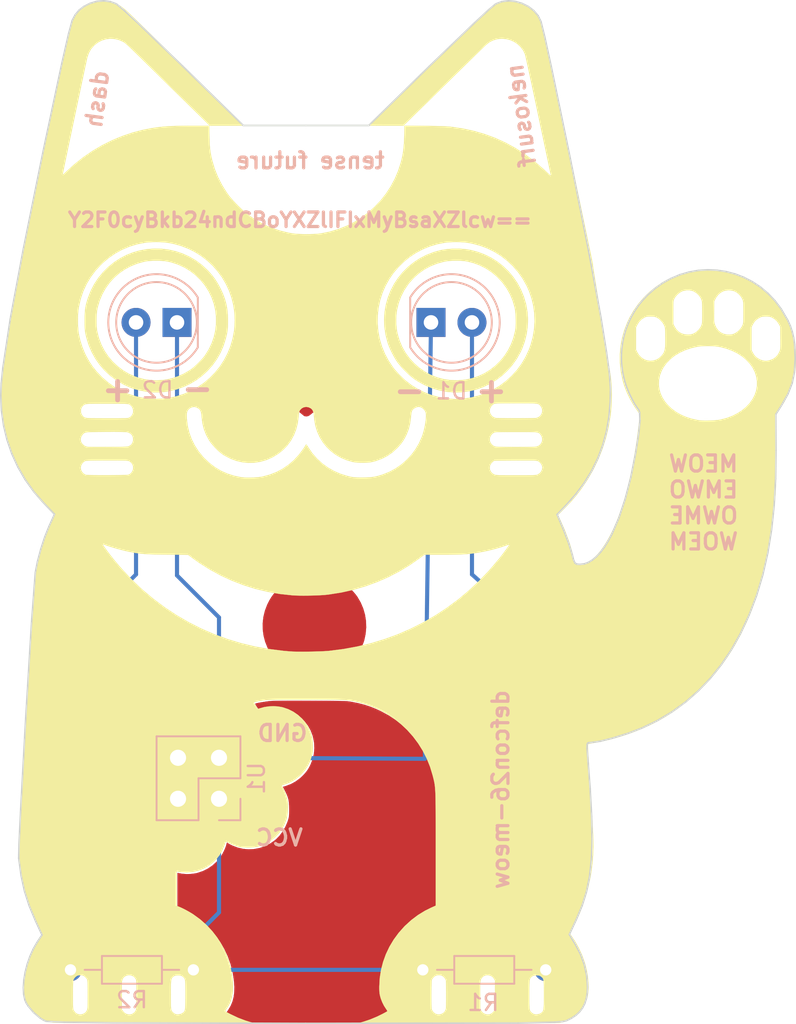
<source format=kicad_pcb>
(kicad_pcb (version 4) (host pcbnew 4.0.7)

  (general
    (links 6)
    (no_connects 0)
    (area 129.545923 60.619632 179.358787 124.739737)
    (thickness 1.6)
    (drawings 228)
    (tracks 20)
    (zones 0)
    (modules 10)
    (nets 7)
  )

  (page A4)
  (layers
    (0 F.Cu signal hide)
    (31 B.Cu signal)
    (32 B.Adhes user)
    (33 F.Adhes user)
    (34 B.Paste user)
    (35 F.Paste user)
    (36 B.SilkS user)
    (37 F.SilkS user)
    (38 B.Mask user)
    (39 F.Mask user)
    (40 Dwgs.User user)
    (41 Cmts.User user)
    (42 Eco1.User user)
    (43 Eco2.User user)
    (44 Edge.Cuts user)
    (45 Margin user)
    (46 B.CrtYd user)
    (47 F.CrtYd user)
    (48 B.Fab user)
    (49 F.Fab user)
  )

  (setup
    (last_trace_width 0.254)
    (trace_clearance 0.254)
    (zone_clearance 0.508)
    (zone_45_only no)
    (trace_min 0.2)
    (segment_width 0.2)
    (edge_width 0.0508)
    (via_size 0.6858)
    (via_drill 0.3302)
    (via_min_size 0.4)
    (via_min_drill 0.3)
    (uvia_size 0.3)
    (uvia_drill 0.1)
    (uvias_allowed no)
    (uvia_min_size 0.2)
    (uvia_min_drill 0.1)
    (pcb_text_width 0.3)
    (pcb_text_size 1.5 1.5)
    (mod_edge_width 0.15)
    (mod_text_size 1 1)
    (mod_text_width 0.15)
    (pad_size 1.524 1.524)
    (pad_drill 0.762)
    (pad_to_mask_clearance 0.2)
    (aux_axis_origin 0 0)
    (visible_elements FFFFFF7F)
    (pcbplotparams
      (layerselection 0x00030_80000001)
      (usegerberextensions false)
      (excludeedgelayer true)
      (linewidth 0.100000)
      (plotframeref false)
      (viasonmask false)
      (mode 1)
      (useauxorigin false)
      (hpglpennumber 1)
      (hpglpenspeed 20)
      (hpglpendiameter 15)
      (hpglpenoverlay 2)
      (psnegative false)
      (psa4output false)
      (plotreference true)
      (plotvalue true)
      (plotinvisibletext false)
      (padsonsilk false)
      (subtractmaskfromsilk false)
      (outputformat 1)
      (mirror false)
      (drillshape 1)
      (scaleselection 1)
      (outputdirectory ""))
  )

  (net 0 "")
  (net 1 GND)
  (net 2 "Net-(D1-Pad2)")
  (net 3 "Net-(D2-Pad2)")
  (net 4 +3V3)
  (net 5 "Net-(U1-Pad3)")
  (net 6 "Net-(U1-Pad4)")

  (net_class Default "This is the default net class."
    (clearance 0.254)
    (trace_width 0.254)
    (via_dia 0.6858)
    (via_drill 0.3302)
    (uvia_dia 0.3)
    (uvia_drill 0.1)
    (add_net +3V3)
    (add_net GND)
    (add_net "Net-(D1-Pad2)")
    (add_net "Net-(D2-Pad2)")
    (add_net "Net-(U1-Pad3)")
    (add_net "Net-(U1-Pad4)")
  )

  (module LEDs:LED_D5.0mm (layer B.Cu) (tedit 5B592150) (tstamp 5B504C6D)
    (at 156.464 80.772)
    (descr "LED, diameter 5.0mm, 2 pins, http://cdn-reichelt.de/documents/datenblatt/A500/LL-504BC2E-009.pdf")
    (tags "LED diameter 5.0mm 2 pins")
    (path /5B453E32)
    (fp_text reference D1 (at 1.27 4.2545) (layer B.SilkS)
      (effects (font (size 1 1) (thickness 0.15)) (justify mirror))
    )
    (fp_text value LED (at 3.1115 -4.064) (layer B.Fab)
      (effects (font (size 1 1) (thickness 0.15)) (justify mirror))
    )
    (fp_arc (start 1.27 0) (end -1.23 1.469694) (angle -299.1) (layer B.Fab) (width 0.1))
    (fp_arc (start 1.27 0) (end -1.29 1.54483) (angle -148.9) (layer B.SilkS) (width 0.12))
    (fp_arc (start 1.27 0) (end -1.29 -1.54483) (angle 148.9) (layer B.SilkS) (width 0.12))
    (fp_circle (center 1.27 0) (end 3.77 0) (layer B.Fab) (width 0.1))
    (fp_circle (center 1.27 0) (end 3.77 0) (layer B.SilkS) (width 0.12))
    (fp_line (start -1.23 1.469694) (end -1.23 -1.469694) (layer B.Fab) (width 0.1))
    (fp_line (start -1.29 1.545) (end -1.29 -1.545) (layer B.SilkS) (width 0.12))
    (fp_line (start -1.95 3.25) (end -1.95 -3.25) (layer B.CrtYd) (width 0.05))
    (fp_line (start -1.95 -3.25) (end 4.5 -3.25) (layer B.CrtYd) (width 0.05))
    (fp_line (start 4.5 -3.25) (end 4.5 3.25) (layer B.CrtYd) (width 0.05))
    (fp_line (start 4.5 3.25) (end -1.95 3.25) (layer B.CrtYd) (width 0.05))
    (fp_text user %R (at 1.25 0) (layer B.Fab)
      (effects (font (size 0.8 0.8) (thickness 0.2)) (justify mirror))
    )
    (pad 1 thru_hole rect (at 0 0) (size 1.8 1.8) (drill 0.9) (layers *.Cu *.Mask)
      (net 1 GND))
    (pad 2 thru_hole circle (at 2.54 0) (size 1.8 1.8) (drill 0.9) (layers *.Cu *.Mask)
      (net 2 "Net-(D1-Pad2)"))
    (model ${KISYS3DMOD}/LEDs.3dshapes/LED_D5.0mm.wrl
      (at (xyz 0 0 0))
      (scale (xyz 0.393701 0.393701 0.393701))
      (rotate (xyz 0 0 0))
    )
  )

  (module LEDs:LED_D5.0mm (layer B.Cu) (tedit 5B590F56) (tstamp 5B504C73)
    (at 140.716 80.772 180)
    (descr "LED, diameter 5.0mm, 2 pins, http://cdn-reichelt.de/documents/datenblatt/A500/LL-504BC2E-009.pdf")
    (tags "LED diameter 5.0mm 2 pins")
    (path /5B453E73)
    (fp_text reference D2 (at 1.2065 -4.191 180) (layer B.SilkS)
      (effects (font (size 1 1) (thickness 0.15)) (justify mirror))
    )
    (fp_text value LED (at -0.508 4.1275 180) (layer B.Fab)
      (effects (font (size 1 1) (thickness 0.15)) (justify mirror))
    )
    (fp_arc (start 1.27 0) (end -1.23 1.469694) (angle -299.1) (layer B.Fab) (width 0.1))
    (fp_arc (start 1.27 0) (end -1.29 1.54483) (angle -148.9) (layer B.SilkS) (width 0.12))
    (fp_arc (start 1.27 0) (end -1.29 -1.54483) (angle 148.9) (layer B.SilkS) (width 0.12))
    (fp_circle (center 1.27 0) (end 3.77 0) (layer B.Fab) (width 0.1))
    (fp_circle (center 1.27 0) (end 3.77 0) (layer B.SilkS) (width 0.12))
    (fp_line (start -1.23 1.469694) (end -1.23 -1.469694) (layer B.Fab) (width 0.1))
    (fp_line (start -1.29 1.545) (end -1.29 -1.545) (layer B.SilkS) (width 0.12))
    (fp_line (start -1.95 3.25) (end -1.95 -3.25) (layer B.CrtYd) (width 0.05))
    (fp_line (start -1.95 -3.25) (end 4.5 -3.25) (layer B.CrtYd) (width 0.05))
    (fp_line (start 4.5 -3.25) (end 4.5 3.25) (layer B.CrtYd) (width 0.05))
    (fp_line (start 4.5 3.25) (end -1.95 3.25) (layer B.CrtYd) (width 0.05))
    (fp_text user %R (at 1.25 0 180) (layer B.Fab)
      (effects (font (size 0.8 0.8) (thickness 0.2)) (justify mirror))
    )
    (pad 1 thru_hole rect (at 0 0 180) (size 1.8 1.8) (drill 0.9) (layers *.Cu *.Mask)
      (net 1 GND))
    (pad 2 thru_hole circle (at 2.54 0 180) (size 1.8 1.8) (drill 0.9) (layers *.Cu *.Mask)
      (net 3 "Net-(D2-Pad2)"))
    (model ${KISYS3DMOD}/LEDs.3dshapes/LED_D5.0mm.wrl
      (at (xyz 0 0 0))
      (scale (xyz 0.393701 0.393701 0.393701))
      (rotate (xyz 0 0 0))
    )
  )

  (module Resistors_THT:R_Axial_DIN0204_L3.6mm_D1.6mm_P7.62mm_Horizontal (layer B.Cu) (tedit 5874F706) (tstamp 5B504C7F)
    (at 134.112 120.904)
    (descr "Resistor, Axial_DIN0204 series, Axial, Horizontal, pin pitch=7.62mm, 0.16666666666666666W = 1/6W, length*diameter=3.6*1.6mm^2, http://cdn-reichelt.de/documents/datenblatt/B400/1_4W%23YAG.pdf")
    (tags "Resistor Axial_DIN0204 series Axial Horizontal pin pitch 7.62mm 0.16666666666666666W = 1/6W length 3.6mm diameter 1.6mm")
    (path /5B5046EC)
    (fp_text reference R2 (at 3.81 1.86) (layer B.SilkS)
      (effects (font (size 1 1) (thickness 0.15)) (justify mirror))
    )
    (fp_text value 65 (at 3.81 -1.86) (layer B.Fab)
      (effects (font (size 1 1) (thickness 0.15)) (justify mirror))
    )
    (fp_line (start 2.01 0.8) (end 2.01 -0.8) (layer B.Fab) (width 0.1))
    (fp_line (start 2.01 -0.8) (end 5.61 -0.8) (layer B.Fab) (width 0.1))
    (fp_line (start 5.61 -0.8) (end 5.61 0.8) (layer B.Fab) (width 0.1))
    (fp_line (start 5.61 0.8) (end 2.01 0.8) (layer B.Fab) (width 0.1))
    (fp_line (start 0 0) (end 2.01 0) (layer B.Fab) (width 0.1))
    (fp_line (start 7.62 0) (end 5.61 0) (layer B.Fab) (width 0.1))
    (fp_line (start 1.95 0.86) (end 1.95 -0.86) (layer B.SilkS) (width 0.12))
    (fp_line (start 1.95 -0.86) (end 5.67 -0.86) (layer B.SilkS) (width 0.12))
    (fp_line (start 5.67 -0.86) (end 5.67 0.86) (layer B.SilkS) (width 0.12))
    (fp_line (start 5.67 0.86) (end 1.95 0.86) (layer B.SilkS) (width 0.12))
    (fp_line (start 0.88 0) (end 1.95 0) (layer B.SilkS) (width 0.12))
    (fp_line (start 6.74 0) (end 5.67 0) (layer B.SilkS) (width 0.12))
    (fp_line (start -0.95 1.15) (end -0.95 -1.15) (layer B.CrtYd) (width 0.05))
    (fp_line (start -0.95 -1.15) (end 8.6 -1.15) (layer B.CrtYd) (width 0.05))
    (fp_line (start 8.6 -1.15) (end 8.6 1.15) (layer B.CrtYd) (width 0.05))
    (fp_line (start 8.6 1.15) (end -0.95 1.15) (layer B.CrtYd) (width 0.05))
    (pad 1 thru_hole circle (at 0 0) (size 1.4 1.4) (drill 0.7) (layers *.Cu *.Mask)
      (net 3 "Net-(D2-Pad2)"))
    (pad 2 thru_hole oval (at 7.62 0) (size 1.4 1.4) (drill 0.7) (layers *.Cu *.Mask)
      (net 4 +3V3))
    (model ${KISYS3DMOD}/Resistors_THT.3dshapes/R_Axial_DIN0204_L3.6mm_D1.6mm_P7.62mm_Horizontal.wrl
      (at (xyz 0 0 0))
      (scale (xyz 0.393701 0.393701 0.393701))
      (rotate (xyz 0 0 0))
    )
  )

  (module Pin_Headers:Pin_Header_Straight_2x02_Pitch2.54mm (layer B.Cu) (tedit 59650532) (tstamp 5B50554F)
    (at 143.3195 110.2995 90)
    (descr "Through hole straight pin header, 2x02, 2.54mm pitch, double rows")
    (tags "Through hole pin header THT 2x02 2.54mm double row")
    (path /5B454775)
    (fp_text reference U1 (at 1.27 2.33 90) (layer B.SilkS)
      (effects (font (size 1 1) (thickness 0.15)) (justify mirror))
    )
    (fp_text value sa_connector (at 1.27 -4.87 90) (layer B.Fab)
      (effects (font (size 1 1) (thickness 0.15)) (justify mirror))
    )
    (fp_line (start 0 1.27) (end 3.81 1.27) (layer B.Fab) (width 0.1))
    (fp_line (start 3.81 1.27) (end 3.81 -3.81) (layer B.Fab) (width 0.1))
    (fp_line (start 3.81 -3.81) (end -1.27 -3.81) (layer B.Fab) (width 0.1))
    (fp_line (start -1.27 -3.81) (end -1.27 0) (layer B.Fab) (width 0.1))
    (fp_line (start -1.27 0) (end 0 1.27) (layer B.Fab) (width 0.1))
    (fp_line (start -1.33 -3.87) (end 3.87 -3.87) (layer B.SilkS) (width 0.12))
    (fp_line (start -1.33 -1.27) (end -1.33 -3.87) (layer B.SilkS) (width 0.12))
    (fp_line (start 3.87 1.33) (end 3.87 -3.87) (layer B.SilkS) (width 0.12))
    (fp_line (start -1.33 -1.27) (end 1.27 -1.27) (layer B.SilkS) (width 0.12))
    (fp_line (start 1.27 -1.27) (end 1.27 1.33) (layer B.SilkS) (width 0.12))
    (fp_line (start 1.27 1.33) (end 3.87 1.33) (layer B.SilkS) (width 0.12))
    (fp_line (start -1.33 0) (end -1.33 1.33) (layer B.SilkS) (width 0.12))
    (fp_line (start -1.33 1.33) (end 0 1.33) (layer B.SilkS) (width 0.12))
    (fp_line (start -1.8 1.8) (end -1.8 -4.35) (layer B.CrtYd) (width 0.05))
    (fp_line (start -1.8 -4.35) (end 4.35 -4.35) (layer B.CrtYd) (width 0.05))
    (fp_line (start 4.35 -4.35) (end 4.35 1.8) (layer B.CrtYd) (width 0.05))
    (fp_line (start 4.35 1.8) (end -1.8 1.8) (layer B.CrtYd) (width 0.05))
    (fp_text user %R (at 1.27 -1.27 360) (layer B.Fab)
      (effects (font (size 1 1) (thickness 0.15)) (justify mirror))
    )
    (pad 1 thru_hole rect (at 0 0 90) (size 1.7 1.7) (drill 1) (layers *.Cu *.Mask)
      (net 4 +3V3))
    (pad 2 thru_hole oval (at 2.54 0 90) (size 1.7 1.7) (drill 1) (layers *.Cu *.Mask)
      (net 1 GND))
    (pad 3 thru_hole oval (at 0 -2.54 90) (size 1.7 1.7) (drill 1) (layers *.Cu *.Mask)
      (net 5 "Net-(U1-Pad3)"))
    (pad 4 thru_hole oval (at 2.54 -2.54 90) (size 1.7 1.7) (drill 1) (layers *.Cu *.Mask)
      (net 6 "Net-(U1-Pad4)"))
    (model ${KISYS3DMOD}/Pin_Headers.3dshapes/Pin_Header_Straight_2x02_Pitch2.54mm.wrl
      (at (xyz 0 0 0))
      (scale (xyz 1 1 1))
      (rotate (xyz 0 0 0))
    )
  )

  (module Resistors_THT:R_Axial_DIN0204_L3.6mm_D1.6mm_P7.62mm_Horizontal (layer B.Cu) (tedit 5B591054) (tstamp 5B50707F)
    (at 163.576 120.904 180)
    (descr "Resistor, Axial_DIN0204 series, Axial, Horizontal, pin pitch=7.62mm, 0.16666666666666666W = 1/6W, length*diameter=3.6*1.6mm^2, http://cdn-reichelt.de/documents/datenblatt/B400/1_4W%23YAG.pdf")
    (tags "Resistor Axial_DIN0204 series Axial Horizontal pin pitch 7.62mm 0.16666666666666666W = 1/6W length 3.6mm diameter 1.6mm")
    (path /5B45481B)
    (fp_text reference R1 (at 3.8735 -2.032 180) (layer B.SilkS)
      (effects (font (size 1 1) (thickness 0.15)) (justify mirror))
    )
    (fp_text value 65 (at 3.683 2.0955 180) (layer B.Fab)
      (effects (font (size 1 1) (thickness 0.15)) (justify mirror))
    )
    (fp_line (start 2.01 0.8) (end 2.01 -0.8) (layer B.Fab) (width 0.1))
    (fp_line (start 2.01 -0.8) (end 5.61 -0.8) (layer B.Fab) (width 0.1))
    (fp_line (start 5.61 -0.8) (end 5.61 0.8) (layer B.Fab) (width 0.1))
    (fp_line (start 5.61 0.8) (end 2.01 0.8) (layer B.Fab) (width 0.1))
    (fp_line (start 0 0) (end 2.01 0) (layer B.Fab) (width 0.1))
    (fp_line (start 7.62 0) (end 5.61 0) (layer B.Fab) (width 0.1))
    (fp_line (start 1.95 0.86) (end 1.95 -0.86) (layer B.SilkS) (width 0.12))
    (fp_line (start 1.95 -0.86) (end 5.67 -0.86) (layer B.SilkS) (width 0.12))
    (fp_line (start 5.67 -0.86) (end 5.67 0.86) (layer B.SilkS) (width 0.12))
    (fp_line (start 5.67 0.86) (end 1.95 0.86) (layer B.SilkS) (width 0.12))
    (fp_line (start 0.88 0) (end 1.95 0) (layer B.SilkS) (width 0.12))
    (fp_line (start 6.74 0) (end 5.67 0) (layer B.SilkS) (width 0.12))
    (fp_line (start -0.95 1.15) (end -0.95 -1.15) (layer B.CrtYd) (width 0.05))
    (fp_line (start -0.95 -1.15) (end 8.6 -1.15) (layer B.CrtYd) (width 0.05))
    (fp_line (start 8.6 -1.15) (end 8.6 1.15) (layer B.CrtYd) (width 0.05))
    (fp_line (start 8.6 1.15) (end -0.95 1.15) (layer B.CrtYd) (width 0.05))
    (pad 1 thru_hole circle (at 0 0 180) (size 1.4 1.4) (drill 0.7) (layers *.Cu *.Mask)
      (net 2 "Net-(D1-Pad2)"))
    (pad 2 thru_hole oval (at 7.62 0 180) (size 1.4 1.4) (drill 0.7) (layers *.Cu *.Mask)
      (net 4 +3V3))
    (model ${KISYS3DMOD}/Resistors_THT.3dshapes/R_Axial_DIN0204_L3.6mm_D1.6mm_P7.62mm_Horizontal.wrl
      (at (xyz 0 0 0))
      (scale (xyz 0.393701 0.393701 0.393701))
      (rotate (xyz 0 0 0))
    )
  )

  (module mini_meow:mini_meow_silk_lg (layer F.Cu) (tedit 0) (tstamp 5B567F02)
    (at 152.146 88.773)
    (fp_text reference G*** (at 0 0) (layer F.SilkS) hide
      (effects (font (thickness 0.3)))
    )
    (fp_text value LOGO (at 0.75 0) (layer F.SilkS) hide
      (effects (font (thickness 0.3)))
    )
    (fp_poly (pts (xy -15.573505 -27.856816) (xy -15.274617 -27.773643) (xy -15.122651 -27.711863) (xy -15.034663 -27.669366)
      (xy -14.949002 -27.621609) (xy -14.861248 -27.564917) (xy -14.766977 -27.495616) (xy -14.661768 -27.410033)
      (xy -14.541199 -27.304492) (xy -14.400849 -27.17532) (xy -14.236295 -27.018844) (xy -14.043116 -26.831387)
      (xy -13.932092 -26.722618) (xy -13.832952 -26.625295) (xy -13.700091 -26.494924) (xy -13.536068 -26.334014)
      (xy -13.343442 -26.145074) (xy -13.124772 -25.930614) (xy -12.882619 -25.693142) (xy -12.61954 -25.435169)
      (xy -12.338096 -25.159204) (xy -12.040844 -24.867757) (xy -11.730345 -24.563336) (xy -11.409158 -24.248451)
      (xy -11.079842 -23.925611) (xy -10.744956 -23.597327) (xy -10.40706 -23.266107) (xy -10.254373 -23.116443)
      (xy -9.929356 -22.79781) (xy -9.614304 -22.488843) (xy -9.311117 -22.19141) (xy -9.021697 -21.90738)
      (xy -8.747943 -21.638621) (xy -8.491757 -21.387002) (xy -8.255038 -21.154392) (xy -8.039689 -20.942658)
      (xy -7.847608 -20.753671) (xy -7.680696 -20.589297) (xy -7.540855 -20.451406) (xy -7.429984 -20.341867)
      (xy -7.349985 -20.262547) (xy -7.302758 -20.215316) (xy -7.2898 -20.201793) (xy -7.314321 -20.19991)
      (xy -7.384366 -20.198165) (xy -7.494658 -20.196602) (xy -7.639921 -20.195265) (xy -7.81488 -20.194198)
      (xy -8.014259 -20.193445) (xy -8.232781 -20.19305) (xy -8.344938 -20.193001) (xy -9.400075 -20.193001)
      (xy -11.399288 -22.153638) (xy -11.6804 -22.429341) (xy -11.961378 -22.704936) (xy -12.238868 -22.977136)
      (xy -12.509517 -23.242648) (xy -12.769973 -23.498185) (xy -13.016883 -23.740456) (xy -13.246895 -23.96617)
      (xy -13.456655 -24.172039) (xy -13.64281 -24.354772) (xy -13.802009 -24.51108) (xy -13.930898 -24.637672)
      (xy -14.0081 -24.713538) (xy -14.181515 -24.883317) (xy -14.324032 -25.021002) (xy -14.440363 -25.130724)
      (xy -14.535221 -25.216616) (xy -14.613318 -25.282813) (xy -14.679367 -25.333447) (xy -14.73808 -25.372652)
      (xy -14.79417 -25.40456) (xy -14.798659 -25.406908) (xy -15.055328 -25.513511) (xy -15.319051 -25.57253)
      (xy -15.584188 -25.584794) (xy -15.845102 -25.551131) (xy -16.096154 -25.472367) (xy -16.331707 -25.349332)
      (xy -16.54612 -25.182854) (xy -16.585953 -25.144435) (xy -16.761244 -24.934609) (xy -16.894049 -24.697603)
      (xy -16.985192 -24.431918) (xy -16.99146 -24.406206) (xy -17.003621 -24.352049) (xy -17.025083 -24.253458)
      (xy -17.055133 -24.113817) (xy -17.093059 -23.936511) (xy -17.138148 -23.724924) (xy -17.189688 -23.482441)
      (xy -17.246965 -23.212447) (xy -17.309268 -22.918325) (xy -17.375884 -22.603462) (xy -17.4461 -22.271241)
      (xy -17.519203 -21.925048) (xy -17.594481 -21.568266) (xy -17.671221 -21.204281) (xy -17.748711 -20.836477)
      (xy -17.826237 -20.468238) (xy -17.903088 -20.102951) (xy -17.978551 -19.743998) (xy -18.051912 -19.394764)
      (xy -18.12246 -19.058635) (xy -18.189482 -18.738996) (xy -18.252265 -18.439229) (xy -18.310096 -18.162721)
      (xy -18.362264 -17.912856) (xy -18.408054 -17.693019) (xy -18.446755 -17.506593) (xy -18.477655 -17.356965)
      (xy -18.500039 -17.247518) (xy -18.513196 -17.181637) (xy -18.516601 -17.162526) (xy -18.499904 -17.167542)
      (xy -18.454469 -17.202805) (xy -18.387276 -17.262442) (xy -18.307051 -17.338865) (xy -17.795083 -17.806468)
      (xy -17.252028 -18.236949) (xy -16.681277 -18.628569) (xy -16.086222 -18.97959) (xy -15.470253 -19.288274)
      (xy -14.836763 -19.552881) (xy -14.189143 -19.771674) (xy -13.530784 -19.942914) (xy -13.0429 -20.037298)
      (xy -12.823175 -20.071928) (xy -12.612271 -20.101268) (xy -12.403595 -20.125708) (xy -12.190553 -20.145643)
      (xy -11.966551 -20.161465) (xy -11.724995 -20.173566) (xy -11.459292 -20.182342) (xy -11.162847 -20.188183)
      (xy -10.829066 -20.191483) (xy -10.451356 -20.192635) (xy -10.436282 -20.192642) (xy -9.429863 -20.193)
      (xy -9.416261 -19.53895) (xy -9.408924 -19.266651) (xy -9.398359 -19.034039) (xy -9.383276 -18.83004)
      (xy -9.362387 -18.64358) (xy -9.334401 -18.463583) (xy -9.29803 -18.278975) (xy -9.251984 -18.07868)
      (xy -9.241066 -18.034) (xy -9.08888 -17.521281) (xy -8.888228 -17.019341) (xy -8.640981 -16.532089)
      (xy -8.349005 -16.063433) (xy -8.197738 -15.851881) (xy -8.086512 -15.713233) (xy -7.944801 -15.552487)
      (xy -7.781995 -15.379024) (xy -7.607482 -15.202222) (xy -7.430649 -15.031462) (xy -7.260885 -14.876125)
      (xy -7.107577 -14.745589) (xy -7.029433 -14.684591) (xy -6.563457 -14.366996) (xy -6.079645 -14.096596)
      (xy -5.576273 -13.872659) (xy -5.051618 -13.694456) (xy -4.503955 -13.561258) (xy -4.2799 -13.520717)
      (xy -4.114975 -13.50027) (xy -3.911462 -13.485392) (xy -3.681264 -13.476082) (xy -3.436287 -13.472338)
      (xy -3.188437 -13.474157) (xy -2.949617 -13.481537) (xy -2.731733 -13.494476) (xy -2.546689 -13.512972)
      (xy -2.490106 -13.521038) (xy -1.947364 -13.631494) (xy -1.423556 -13.787582) (xy -0.920926 -13.98723)
      (xy -0.441716 -14.22837) (xy 0.011829 -14.508931) (xy 0.437467 -14.826843) (xy 0.832953 -15.180037)
      (xy 1.196045 -15.566443) (xy 1.5245 -15.983991) (xy 1.816073 -16.430612) (xy 2.068522 -16.904234)
      (xy 2.279603 -17.40279) (xy 2.447072 -17.924208) (xy 2.497625 -18.1229) (xy 2.548215 -18.359881)
      (xy 2.588185 -18.60221) (xy 2.618657 -18.860136) (xy 2.640751 -19.143905) (xy 2.655588 -19.463767)
      (xy 2.659781 -19.605625) (xy 2.674905 -20.19935) (xy 3.934602 -20.185784) (xy 4.282643 -20.181438)
      (xy 4.583742 -20.176345) (xy 4.841753 -20.170376) (xy 5.060532 -20.163402) (xy 5.243931 -20.155295)
      (xy 5.395807 -20.145927) (xy 5.520012 -20.135169) (xy 5.5499 -20.131941) (xy 6.272676 -20.026263)
      (xy 6.97225 -19.875461) (xy 7.649148 -19.679287) (xy 8.303897 -19.437493) (xy 8.937027 -19.149831)
      (xy 9.549063 -18.816054) (xy 10.140535 -18.435912) (xy 10.71197 -18.009159) (xy 11.263895 -17.535546)
      (xy 11.452671 -17.358556) (xy 11.553518 -17.263774) (xy 11.639182 -17.186934) (xy 11.704227 -17.132604)
      (xy 11.74322 -17.10535) (xy 11.751718 -17.107233) (xy 11.744749 -17.137531) (xy 11.727916 -17.214753)
      (xy 11.701811 -17.33611) (xy 11.667025 -17.498812) (xy 11.624149 -17.700071) (xy 11.573774 -17.937098)
      (xy 11.516491 -18.207105) (xy 11.452892 -18.507301) (xy 11.383568 -18.834898) (xy 11.30911 -19.187108)
      (xy 11.23011 -19.561141) (xy 11.147158 -19.954208) (xy 11.060845 -20.363521) (xy 10.971764 -20.78629)
      (xy 10.962945 -20.828162) (xy 10.873138 -21.253829) (xy 10.785588 -21.667351) (xy 10.700921 -22.065851)
      (xy 10.619758 -22.44645) (xy 10.542724 -22.806272) (xy 10.470443 -23.142438) (xy 10.403538 -23.452071)
      (xy 10.342633 -23.732293) (xy 10.288351 -23.980226) (xy 10.241316 -24.192993) (xy 10.202152 -24.367717)
      (xy 10.171482 -24.501519) (xy 10.14993 -24.591522) (xy 10.138119 -24.634849) (xy 10.137741 -24.635882)
      (xy 10.022468 -24.869944) (xy 9.8674 -25.077465) (xy 9.678173 -25.254627) (xy 9.460425 -25.397614)
      (xy 9.219795 -25.50261) (xy 8.961921 -25.565797) (xy 8.7376 -25.583764) (xy 8.533698 -25.574693)
      (xy 8.351587 -25.541598) (xy 8.171415 -25.479577) (xy 8.0137 -25.404994) (xy 7.949782 -25.368784)
      (xy 7.882762 -25.323468) (xy 7.807033 -25.264246) (xy 7.716986 -25.186321) (xy 7.607016 -25.084894)
      (xy 7.471514 -24.955169) (xy 7.3533 -24.839887) (xy 7.270742 -24.758966) (xy 7.154875 -24.6454)
      (xy 7.008669 -24.502102) (xy 6.835095 -24.331983) (xy 6.637124 -24.137956) (xy 6.417729 -23.922933)
      (xy 6.17988 -23.689825) (xy 5.926549 -23.441545) (xy 5.660707 -23.181005) (xy 5.385324 -22.911117)
      (xy 5.103374 -22.634794) (xy 4.817826 -22.354947) (xy 4.741266 -22.279915) (xy 2.611833 -20.193)
      (xy 1.559916 -20.193) (xy 1.334315 -20.193238) (xy 1.125287 -20.193915) (xy 0.938117 -20.194982)
      (xy 0.778087 -20.196386) (xy 0.650483 -20.198078) (xy 0.560589 -20.200005) (xy 0.513689 -20.202117)
      (xy 0.508 -20.203176) (xy 0.526156 -20.222223) (xy 0.580617 -20.276784) (xy 0.671376 -20.36685)
      (xy 0.798421 -20.492411) (xy 0.961745 -20.653458) (xy 1.161338 -20.849982) (xy 1.39719 -21.081974)
      (xy 1.669292 -21.349425) (xy 1.977635 -21.652326) (xy 2.32221 -21.990667) (xy 2.703007 -22.36444)
      (xy 3.120018 -22.773636) (xy 3.573232 -23.218245) (xy 4.062641 -23.698259) (xy 4.588236 -24.213667)
      (xy 5.150007 -24.764462) (xy 5.747944 -25.350634) (xy 6.382039 -25.972174) (xy 7.052282 -26.629073)
      (xy 7.3025 -26.874291) (xy 7.449806 -27.017044) (xy 7.593547 -27.153364) (xy 7.727585 -27.277653)
      (xy 7.845785 -27.384315) (xy 7.94201 -27.46775) (xy 8.010124 -27.522363) (xy 8.022915 -27.531451)
      (xy 8.296764 -27.692009) (xy 8.576148 -27.804282) (xy 8.869015 -27.870729) (xy 9.183313 -27.893806)
      (xy 9.1948 -27.893859) (xy 9.521489 -27.874322) (xy 9.822236 -27.812808) (xy 10.101643 -27.707393)
      (xy 10.364314 -27.556152) (xy 10.614852 -27.357164) (xy 10.719644 -27.2568) (xy 10.896156 -27.061661)
      (xy 11.033718 -26.867246) (xy 11.141647 -26.658446) (xy 11.222543 -26.4414) (xy 11.232231 -26.402708)
      (xy 11.251917 -26.316372) (xy 11.281159 -26.184466) (xy 11.319514 -26.009061) (xy 11.366542 -25.792231)
      (xy 11.4218 -25.536047) (xy 11.484846 -25.242583) (xy 11.555239 -24.91391) (xy 11.632537 -24.552102)
      (xy 11.716298 -24.159231) (xy 11.80608 -23.737369) (xy 11.901443 -23.288589) (xy 12.001943 -22.814964)
      (xy 12.107139 -22.318565) (xy 12.216589 -21.801466) (xy 12.329852 -21.265739) (xy 12.446485 -20.713457)
      (xy 12.566048 -20.146691) (xy 12.688097 -19.567516) (xy 12.714172 -19.4437) (xy 12.869716 -18.705032)
      (xy 13.015142 -18.014439) (xy 13.15079 -17.370282) (xy 13.277 -16.770924) (xy 13.394114 -16.214729)
      (xy 13.502472 -15.700059) (xy 13.602415 -15.225277) (xy 13.694283 -14.788745) (xy 13.778419 -14.388826)
      (xy 13.855161 -14.023882) (xy 13.924851 -13.692277) (xy 13.987831 -13.392374) (xy 14.044439 -13.122533)
      (xy 14.095018 -12.88112) (xy 14.139908 -12.666496) (xy 14.17945 -12.477023) (xy 14.213985 -12.311065)
      (xy 14.243852 -12.166984) (xy 14.269394 -12.043143) (xy 14.290951 -11.937905) (xy 14.308863 -11.849632)
      (xy 14.323471 -11.776687) (xy 14.335117 -11.717433) (xy 14.344141 -11.670232) (xy 14.350883 -11.633447)
      (xy 14.355684 -11.60544) (xy 14.358886 -11.584575) (xy 14.360829 -11.569215) (xy 14.361853 -11.557721)
      (xy 14.3623 -11.548456) (xy 14.36251 -11.539784) (xy 14.362824 -11.530066) (xy 14.363489 -11.5189)
      (xy 14.368674 -11.478505) (xy 14.381562 -11.391064) (xy 14.40166 -11.259666) (xy 14.428476 -11.0874)
      (xy 14.461517 -10.877356) (xy 14.500293 -10.632622) (xy 14.544309 -10.356288) (xy 14.593074 -10.051442)
      (xy 14.646096 -9.721174) (xy 14.702882 -9.368572) (xy 14.762941 -8.996725) (xy 14.825778 -8.608723)
      (xy 14.890904 -8.207655) (xy 14.905924 -8.1153) (xy 14.971841 -7.709768) (xy 15.035837 -7.315367)
      (xy 15.097398 -6.935299) (xy 15.156009 -6.572766) (xy 15.211157 -6.230967) (xy 15.262329 -5.913105)
      (xy 15.309009 -5.622379) (xy 15.350685 -5.361991) (xy 15.386843 -5.135142) (xy 15.416969 -4.945033)
      (xy 15.440548 -4.794864) (xy 15.457068 -4.687837) (xy 15.466014 -4.627153) (xy 15.466799 -4.621254)
      (xy 15.501372 -4.274315) (xy 15.522007 -3.893201) (xy 15.528777 -3.492568) (xy 15.521758 -3.08707)
      (xy 15.501024 -2.691361) (xy 15.46665 -2.320096) (xy 15.454589 -2.2225) (xy 15.3381 -1.52714)
      (xy 15.17324 -0.84377) (xy 14.961163 -0.175256) (xy 14.703024 0.475535) (xy 14.399979 1.105739)
      (xy 14.053183 1.712489) (xy 13.663791 2.292921) (xy 13.598242 2.382307) (xy 13.429416 2.605219)
      (xy 13.269675 2.80543) (xy 13.108727 2.994787) (xy 12.93628 3.185139) (xy 12.742041 3.388333)
      (xy 12.595087 3.537053) (xy 12.195634 3.937207) (xy 12.35512 4.273653) (xy 12.627541 4.891384)
      (xy 12.858865 5.507138) (xy 12.890931 5.60226) (xy 12.939256 5.754552) (xy 12.991507 5.930511)
      (xy 13.044813 6.119329) (xy 13.096305 6.310199) (xy 13.143111 6.492316) (xy 13.182362 6.654872)
      (xy 13.211188 6.787062) (xy 13.223298 6.853633) (xy 13.240887 6.92181) (xy 13.273837 6.967909)
      (xy 13.330172 6.995136) (xy 13.417914 7.006696) (xy 13.545084 7.005793) (xy 13.597844 7.003265)
      (xy 13.718313 6.994143) (xy 13.810089 6.978288) (xy 13.895266 6.949866) (xy 13.995944 6.903044)
      (xy 14.016266 6.892796) (xy 14.157716 6.80628) (xy 14.315403 6.684691) (xy 14.479853 6.536767)
      (xy 14.64159 6.371247) (xy 14.79114 6.196869) (xy 14.841928 6.131267) (xy 15.114838 5.734537)
      (xy 15.374678 5.289611) (xy 15.621155 4.797463) (xy 15.853979 4.259064) (xy 16.072857 3.675387)
      (xy 16.277498 3.047402) (xy 16.467611 2.376083) (xy 16.642903 1.662401) (xy 16.803082 0.907328)
      (xy 16.947858 0.111835) (xy 17.076938 -0.723104) (xy 17.190031 -1.596519) (xy 17.208083 -1.7526)
      (xy 17.270151 -2.2987) (xy 17.193492 -2.4003) (xy 16.911507 -2.805366) (xy 16.664955 -3.224506)
      (xy 16.457415 -3.650523) (xy 16.292466 -4.076219) (xy 16.271103 -4.148703) (xy 18.444179 -4.148703)
      (xy 18.477163 -3.870999) (xy 18.553028 -3.601222) (xy 18.66981 -3.341933) (xy 18.825542 -3.095693)
      (xy 19.018258 -2.865066) (xy 19.245991 -2.652613) (xy 19.506777 -2.460896) (xy 19.798647 -2.292477)
      (xy 20.119637 -2.149918) (xy 20.467781 -2.035781) (xy 20.841111 -1.952628) (xy 20.9804 -1.930895)
      (xy 21.115931 -1.918798) (xy 21.288233 -1.913454) (xy 21.483795 -1.914353) (xy 21.68911 -1.920983)
      (xy 21.890668 -1.932835) (xy 22.074963 -1.949396) (xy 22.228484 -1.970157) (xy 22.280854 -1.980073)
      (xy 22.651381 -2.07816) (xy 22.996129 -2.2078) (xy 23.312599 -2.366384) (xy 23.598292 -2.5513)
      (xy 23.850707 -2.759939) (xy 24.067347 -2.989692) (xy 24.24571 -3.237947) (xy 24.383299 -3.502095)
      (xy 24.477614 -3.779526) (xy 24.526154 -4.06763) (xy 24.529029 -4.327796) (xy 24.485585 -4.627567)
      (xy 24.395006 -4.91435) (xy 24.259817 -5.185853) (xy 24.082543 -5.439786) (xy 23.86571 -5.673859)
      (xy 23.611842 -5.885781) (xy 23.323465 -6.073262) (xy 23.003104 -6.23401) (xy 22.653285 -6.365736)
      (xy 22.276533 -6.466149) (xy 22.142088 -6.49287) (xy 21.975608 -6.515153) (xy 21.774606 -6.529509)
      (xy 21.55429 -6.535924) (xy 21.329867 -6.534388) (xy 21.116545 -6.524889) (xy 20.929531 -6.507413)
      (xy 20.8407 -6.493908) (xy 20.44431 -6.401976) (xy 20.075017 -6.276564) (xy 19.735698 -6.119604)
      (xy 19.429228 -5.93303) (xy 19.158487 -5.718773) (xy 18.926349 -5.478766) (xy 18.735693 -5.214942)
      (xy 18.622185 -5.003751) (xy 18.514725 -4.717641) (xy 18.456045 -4.431771) (xy 18.444179 -4.148703)
      (xy 16.271103 -4.148703) (xy 16.193513 -4.411951) (xy 16.085373 -4.94157) (xy 16.027594 -5.468993)
      (xy 16.020002 -5.992637) (xy 16.06242 -6.510921) (xy 16.154673 -7.022261) (xy 16.296585 -7.525074)
      (xy 16.358127 -7.6835) (xy 17.0307 -7.6835) (xy 17.0307 -6.3119) (xy 17.097633 -6.169152)
      (xy 17.208749 -5.98589) (xy 17.350629 -5.83672) (xy 17.516612 -5.724251) (xy 17.700039 -5.651087)
      (xy 17.894251 -5.619835) (xy 18.092588 -5.633102) (xy 18.288391 -5.693494) (xy 18.299825 -5.698633)
      (xy 18.460898 -5.794662) (xy 18.604011 -5.922361) (xy 18.713833 -6.067689) (xy 18.725696 -6.088675)
      (xy 18.763946 -6.167591) (xy 18.7937 -6.251062) (xy 18.815786 -6.346234) (xy 18.83103 -6.460253)
      (xy 18.840258 -6.600268) (xy 18.844296 -6.773425) (xy 18.843971 -6.986871) (xy 18.842596 -7.099763)
      (xy 18.839738 -7.286688) (xy 18.836735 -7.430605) (xy 18.832734 -7.539302) (xy 18.826877 -7.620566)
      (xy 18.81831 -7.682184) (xy 18.806176 -7.731944) (xy 18.78962 -7.777632) (xy 18.767787 -7.827037)
      (xy 18.761096 -7.841549) (xy 18.6718 -7.989627) (xy 18.549958 -8.128999) (xy 18.410232 -8.24489)
      (xy 18.295385 -8.310789) (xy 18.218323 -8.339651) (xy 18.13352 -8.357067) (xy 18.024867 -8.365551)
      (xy 17.9324 -8.36748) (xy 17.811809 -8.366652) (xy 17.725251 -8.360052) (xy 17.656035 -8.344747)
      (xy 17.587473 -8.317804) (xy 17.551081 -8.300459) (xy 17.371641 -8.184509) (xy 17.221437 -8.029782)
      (xy 17.109655 -7.8486) (xy 17.0307 -7.6835) (xy 16.358127 -7.6835) (xy 16.487981 -8.017778)
      (xy 16.625624 -8.306183) (xy 16.808018 -8.6233) (xy 19.3421 -8.6233) (xy 19.3421 -7.9121)
      (xy 19.408168 -7.771241) (xy 19.521694 -7.581793) (xy 19.664432 -7.433708) (xy 19.834875 -7.32789)
      (xy 20.031515 -7.265241) (xy 20.252847 -7.246665) (xy 20.2819 -7.247477) (xy 20.408492 -7.257017)
      (xy 20.507916 -7.27752) (xy 20.603494 -7.314375) (xy 20.633354 -7.32866) (xy 20.781996 -7.424182)
      (xy 20.916881 -7.552101) (xy 21.024744 -7.698081) (xy 21.080206 -7.811538) (xy 21.096431 -7.858492)
      (xy 21.108948 -7.906638) (xy 21.118228 -7.963137) (xy 21.124746 -8.035148) (xy 21.128974 -8.12983)
      (xy 21.131386 -8.254342) (xy 21.131853 -8.324991) (xy 21.870661 -8.324991) (xy 21.871811 -8.204799)
      (xy 21.875333 -8.11241) (xy 21.881652 -8.040164) (xy 21.891194 -7.980399) (xy 21.904383 -7.925453)
      (xy 21.918194 -7.878693) (xy 22.004789 -7.676737) (xy 22.126243 -7.510596) (xy 22.279191 -7.382625)
      (xy 22.460267 -7.295181) (xy 22.666106 -7.250618) (xy 22.8219 -7.246149) (xy 22.939052 -7.254427)
      (xy 23.028463 -7.271633) (xy 23.1131 -7.303702) (xy 23.185439 -7.340106) (xy 23.356181 -7.456027)
      (xy 23.49994 -7.603592) (xy 23.567325 -7.709969) (xy 24.1935 -7.709969) (xy 24.1935 -6.2865)
      (xy 24.261599 -6.141204) (xy 24.372342 -5.962876) (xy 24.520692 -5.817428) (xy 24.70348 -5.707443)
      (xy 24.8666 -5.648296) (xy 25.007888 -5.62044) (xy 25.143589 -5.620546) (xy 25.296519 -5.648841)
      (xy 25.311862 -5.652766) (xy 25.512552 -5.729816) (xy 25.683581 -5.847352) (xy 25.821841 -6.002551)
      (xy 25.924223 -6.19259) (xy 25.933961 -6.217632) (xy 25.949874 -6.262958) (xy 25.962139 -6.308058)
      (xy 25.971134 -6.359833) (xy 25.977236 -6.425186) (xy 25.980823 -6.51102) (xy 25.982273 -6.624238)
      (xy 25.981962 -6.771741) (xy 25.980268 -6.960432) (xy 25.97931 -7.047006) (xy 25.9715 -7.7343)
      (xy 25.885162 -7.893516) (xy 25.765019 -8.070357) (xy 25.615311 -8.208227) (xy 25.453848 -8.302367)
      (xy 25.372698 -8.336535) (xy 25.296936 -8.356862) (xy 25.208104 -8.366674) (xy 25.087742 -8.369298)
      (xy 25.0825 -8.3693) (xy 24.961174 -8.366932) (xy 24.872333 -8.357633) (xy 24.797791 -8.33811)
      (xy 24.719363 -8.30507) (xy 24.7142 -8.302616) (xy 24.533032 -8.194407) (xy 24.391485 -8.059342)
      (xy 24.282489 -7.890582) (xy 24.277116 -7.879818) (xy 24.1935 -7.709969) (xy 23.567325 -7.709969)
      (xy 23.60637 -7.771606) (xy 23.626984 -7.818079) (xy 23.644801 -7.864407) (xy 23.65858 -7.909098)
      (xy 23.668837 -7.959255) (xy 23.676084 -8.02198) (xy 23.680837 -8.104378) (xy 23.683609 -8.213551)
      (xy 23.684915 -8.356601) (xy 23.685267 -8.540633) (xy 23.685258 -8.6233) (xy 23.684993 -8.824765)
      (xy 23.684013 -8.982557) (xy 23.68179 -9.103806) (xy 23.677798 -9.195639) (xy 23.671511 -9.265184)
      (xy 23.662402 -9.319569) (xy 23.649945 -9.365922) (xy 23.633613 -9.411372) (xy 23.625546 -9.431722)
      (xy 23.541477 -9.585283) (xy 23.422151 -9.728341) (xy 23.280786 -9.84765) (xy 23.130601 -9.929969)
      (xy 23.1267 -9.931496) (xy 22.938728 -9.980431) (xy 22.738043 -9.991275) (xy 22.542894 -9.963956)
      (xy 22.448478 -9.934183) (xy 22.274189 -9.840275) (xy 22.120732 -9.705591) (xy 21.997329 -9.538808)
      (xy 21.965426 -9.479535) (xy 21.8821 -9.310382) (xy 21.873779 -8.679434) (xy 21.871459 -8.480649)
      (xy 21.870661 -8.324991) (xy 21.131853 -8.324991) (xy 21.132455 -8.415845) (xy 21.132658 -8.605203)
      (xy 21.131669 -8.787374) (xy 21.128962 -8.957079) (xy 21.124805 -9.106334) (xy 21.119466 -9.227157)
      (xy 21.113213 -9.311565) (xy 21.107721 -9.347549) (xy 21.036337 -9.517173) (xy 20.924437 -9.675448)
      (xy 20.782302 -9.811541) (xy 20.620211 -9.91462) (xy 20.5359 -9.950046) (xy 20.35581 -9.989174)
      (xy 20.161383 -9.991177) (xy 19.971985 -9.956934) (xy 19.869765 -9.919782) (xy 19.718475 -9.829687)
      (xy 19.576131 -9.704709) (xy 19.458145 -9.560018) (xy 19.398791 -9.456186) (xy 19.382113 -9.418336)
      (xy 19.369071 -9.380456) (xy 19.359217 -9.335998) (xy 19.352106 -9.278416) (xy 19.347293 -9.201164)
      (xy 19.344331 -9.097696) (xy 19.342776 -8.961465) (xy 19.342182 -8.785926) (xy 19.3421 -8.6233)
      (xy 16.808018 -8.6233) (xy 16.881032 -8.750244) (xy 17.178887 -9.1688) (xy 17.515945 -9.558546)
      (xy 17.888962 -9.916178) (xy 18.294692 -10.238392) (xy 18.729891 -10.521884) (xy 18.88971 -10.611963)
      (xy 19.362005 -10.839304) (xy 19.850147 -11.019237) (xy 20.350752 -11.151346) (xy 20.860434 -11.235216)
      (xy 21.375808 -11.270431) (xy 21.89349 -11.256576) (xy 22.410093 -11.193234) (xy 22.852551 -11.098447)
      (xy 23.351931 -10.943781) (xy 23.831223 -10.743263) (xy 24.287865 -10.498719) (xy 24.719296 -10.211978)
      (xy 25.122955 -9.884865) (xy 25.49628 -9.519209) (xy 25.836712 -9.116838) (xy 26.054412 -8.8138)
      (xy 26.228492 -8.528783) (xy 26.39498 -8.208194) (xy 26.547316 -7.867249) (xy 26.67894 -7.521167)
      (xy 26.783293 -7.185165) (xy 26.82088 -7.0358) (xy 26.888203 -6.676841) (xy 26.932753 -6.291809)
      (xy 26.953786 -5.897078) (xy 26.95056 -5.509021) (xy 26.922331 -5.14401) (xy 26.910799 -5.054862)
      (xy 26.811749 -4.533764) (xy 26.66459 -4.028255) (xy 26.470152 -3.540295) (xy 26.229262 -3.071841)
      (xy 25.942748 -2.624853) (xy 25.803184 -2.436441) (xy 25.654445 -2.243982) (xy 25.685188 -1.763341)
      (xy 25.692444 -1.618661) (xy 25.698767 -1.430127) (xy 25.704157 -1.203743) (xy 25.708616 -0.945511)
      (xy 25.712146 -0.661436) (xy 25.714746 -0.357522) (xy 25.71642 -0.039772) (xy 25.717167 0.285809)
      (xy 25.716989 0.613219) (xy 25.715888 0.936454) (xy 25.713865 1.249509) (xy 25.710921 1.546381)
      (xy 25.707056 1.821066) (xy 25.702274 2.067561) (xy 25.696574 2.279862) (xy 25.689958 2.451965)
      (xy 25.684283 2.5527) (xy 25.649952 3.027267) (xy 25.615449 3.455116) (xy 25.580415 3.84033)
      (xy 25.544488 4.186991) (xy 25.525008 4.3561) (xy 25.387979 5.348518) (xy 25.21829 6.308634)
      (xy 25.016271 7.235517) (xy 24.782253 8.128236) (xy 24.516569 8.985859) (xy 24.219549 9.807457)
      (xy 23.891524 10.592099) (xy 23.532827 11.338854) (xy 23.143787 12.046791) (xy 22.724736 12.714979)
      (xy 22.372173 13.21482) (xy 21.869436 13.851455) (xy 21.338625 14.445787) (xy 20.779591 14.997951)
      (xy 20.192187 15.50808) (xy 19.576263 15.976308) (xy 18.931673 16.402768) (xy 18.6436 16.57452)
      (xy 18.075806 16.879094) (xy 17.470696 17.160201) (xy 16.837594 17.414508) (xy 16.185826 17.638676)
      (xy 15.524717 17.829372) (xy 14.863592 17.983257) (xy 14.5288 18.046597) (xy 14.389679 18.071265)
      (xy 14.265228 18.094204) (xy 14.165453 18.113503) (xy 14.100364 18.127252) (xy 14.083181 18.131689)
      (xy 14.075022 18.134838) (xy 14.067957 18.140631) (xy 14.062108 18.151906) (xy 14.057598 18.171501)
      (xy 14.054549 18.202253) (xy 14.053083 18.247001) (xy 14.053324 18.308582) (xy 14.055393 18.389834)
      (xy 14.059413 18.493594) (xy 14.065506 18.622701) (xy 14.073795 18.779991) (xy 14.084403 18.968303)
      (xy 14.097452 19.190475) (xy 14.113063 19.449343) (xy 14.131361 19.747747) (xy 14.152467 20.088523)
      (xy 14.176503 20.474509) (xy 14.201736 20.8788) (xy 14.225261 21.257126) (xy 14.248161 21.628308)
      (xy 14.270196 21.988326) (xy 14.291129 22.333164) (xy 14.31072 22.658802) (xy 14.328733 22.961221)
      (xy 14.344928 23.236405) (xy 14.359069 23.480333) (xy 14.370915 23.688988) (xy 14.380229 23.858352)
      (xy 14.386774 23.984405) (xy 14.389953 24.0538) (xy 14.395145 24.520869) (xy 14.375741 25.017035)
      (xy 14.332877 25.527597) (xy 14.26769 26.037851) (xy 14.209842 26.384494) (xy 14.086411 26.960462)
      (xy 13.928495 27.541229) (xy 13.739872 28.116228) (xy 13.52432 28.67489) (xy 13.285618 29.206648)
      (xy 13.027541 29.700934) (xy 13.018804 29.716368) (xy 12.926024 29.879837) (xy 12.984412 29.957668)
      (xy 13.259214 30.361754) (xy 13.500511 30.794278) (xy 13.704118 31.245989) (xy 13.865852 31.707637)
      (xy 13.978813 32.1564) (xy 14.042944 32.532732) (xy 14.080183 32.88915) (xy 14.09044 33.220372)
      (xy 14.073623 33.521118) (xy 14.029642 33.786105) (xy 14.008315 33.8677) (xy 13.892287 34.182132)
      (xy 13.735768 34.466357) (xy 13.539966 34.719185) (xy 13.306086 34.939427) (xy 13.035333 35.125893)
      (xy 12.728915 35.277396) (xy 12.492389 35.362459) (xy 12.3063 35.420172) (xy -0.1651 35.430974)
      (xy 0.133385 35.343699) (xy 0.546713 35.205192) (xy 0.966959 35.030815) (xy 1.2954 34.870663)
      (xy 1.406465 34.812015) (xy 1.501212 34.760793) (xy 1.570485 34.722033) (xy 1.605127 34.700771)
      (xy 1.60676 34.699412) (xy 1.602402 34.671428) (xy 1.572586 34.615786) (xy 1.523719 34.54439)
      (xy 1.522319 34.542519) (xy 1.402683 34.357439) (xy 1.294397 34.141271) (xy 1.206551 33.913676)
      (xy 1.164811 33.7693) (xy 1.14552 33.683065) (xy 4.3434 33.683065) (xy 4.343576 33.917205)
      (xy 4.344294 34.106145) (xy 4.345833 34.255484) (xy 4.348476 34.370821) (xy 4.352504 34.457755)
      (xy 4.358198 34.521885) (xy 4.36584 34.56881) (xy 4.375711 34.604129) (xy 4.388092 34.633441)
      (xy 4.391497 34.640261) (xy 4.480555 34.765321) (xy 4.595583 34.850698) (xy 4.728698 34.8934)
      (xy 4.872014 34.890435) (xy 4.971936 34.860531) (xy 5.081501 34.802016) (xy 5.157733 34.725694)
      (xy 5.210029 34.6329) (xy 5.222767 34.601365) (xy 5.23298 34.564371) (xy 5.240948 34.516252)
      (xy 5.246949 34.451344) (xy 5.251264 34.363981) (xy 5.254171 34.2485) (xy 5.25595 34.099235)
      (xy 5.25688 33.910523) (xy 5.257241 33.676697) (xy 5.257242 33.675703) (xy 5.256567 33.416173)
      (xy 5.255505 33.315779) (xy 7.368854 33.315779) (xy 7.369445 33.530063) (xy 7.371084 33.740526)
      (xy 7.3787 34.585922) (xy 7.450229 34.693955) (xy 7.547463 34.798028) (xy 7.671799 34.867511)
      (xy 7.810485 34.89821) (xy 7.950773 34.885927) (xy 7.992996 34.872584) (xy 8.060537 34.836332)
      (xy 8.130512 34.783681) (xy 8.137478 34.777334) (xy 8.173815 34.741975) (xy 8.203408 34.706994)
      (xy 8.226947 34.667001) (xy 8.245125 34.616608) (xy 8.258633 34.550426) (xy 8.268165 34.463064)
      (xy 8.274412 34.349133) (xy 8.278066 34.203244) (xy 8.279819 34.020009) (xy 8.280364 33.794036)
      (xy 8.280395 33.67915) (xy 10.414 33.67915) (xy 10.414095 33.925291) (xy 10.414857 34.126067)
      (xy 10.416996 34.286911) (xy 10.421224 34.413258) (xy 10.428253 34.510541) (xy 10.438792 34.584194)
      (xy 10.453554 34.639653) (xy 10.473251 34.68235) (xy 10.498593 34.71772) (xy 10.530293 34.751197)
      (xy 10.557782 34.777493) (xy 10.651308 34.849711) (xy 10.749564 34.885653) (xy 10.871891 34.891956)
      (xy 10.888721 34.891059) (xy 11.035752 34.860638) (xy 11.119701 34.817353) (xy 11.168589 34.783844)
      (xy 11.208588 34.75081) (xy 11.240589 34.713021) (xy 11.265485 34.665247) (xy 11.284167 34.602258)
      (xy 11.297526 34.518823) (xy 11.306455 34.409712) (xy 11.311845 34.269696) (xy 11.314588 34.093543)
      (xy 11.315575 33.876024) (xy 11.3157 33.6677) (xy 11.315602 33.418603) (xy 11.314731 33.21494)
      (xy 11.312215 33.051346) (xy 11.307182 32.922453) (xy 11.298764 32.822896) (xy 11.286088 32.74731)
      (xy 11.268285 32.690327) (xy 11.244484 32.646583) (xy 11.213814 32.61071) (xy 11.175405 32.577344)
      (xy 11.133553 32.545063) (xy 11.076798 32.506615) (xy 11.02152 32.48507) (xy 10.949588 32.475737)
      (xy 10.8585 32.4739) (xy 10.756513 32.476475) (xy 10.687293 32.48721) (xy 10.632936 32.510617)
      (xy 10.587047 32.542316) (xy 10.543607 32.576469) (xy 10.508123 32.609709) (xy 10.479788 32.647321)
      (xy 10.4578 32.694589) (xy 10.441354 32.756799) (xy 10.429644 32.839235) (xy 10.421868 32.947181)
      (xy 10.41722 33.085923) (xy 10.414895 33.260745) (xy 10.41409 33.476931) (xy 10.414 33.67915)
      (xy 8.280395 33.67915) (xy 8.2804 33.664397) (xy 8.2804 32.783163) (xy 8.215804 32.672938)
      (xy 8.12317 32.561578) (xy 8.00074 32.490739) (xy 7.851144 32.46184) (xy 7.82295 32.4612)
      (xy 7.682839 32.478054) (xy 7.56968 32.532417) (xy 7.483993 32.613842) (xy 7.452843 32.654084)
      (xy 7.427575 32.696986) (xy 7.407641 32.748003) (xy 7.392495 32.812592) (xy 7.38159 32.896208)
      (xy 7.374379 33.004308) (xy 7.370316 33.142346) (xy 7.368854 33.315779) (xy 5.255505 33.315779)
      (xy 5.254227 33.195111) (xy 5.250295 33.015044) (xy 5.244842 32.878497) (xy 5.237942 32.787999)
      (xy 5.230784 32.748603) (xy 5.177671 32.656865) (xy 5.095762 32.56716) (xy 5.003697 32.499695)
      (xy 4.998711 32.497032) (xy 4.932123 32.475672) (xy 4.84255 32.462851) (xy 4.8006 32.4612)
      (xy 4.709779 32.46831) (xy 4.628998 32.486301) (xy 4.602488 32.497032) (xy 4.510405 32.562689)
      (xy 4.427453 32.651696) (xy 4.372273 32.743847) (xy 4.370415 32.748603) (xy 4.362347 32.796611)
      (xy 4.355606 32.892822) (xy 4.350267 33.034656) (xy 4.346404 33.219532) (xy 4.344092 33.444869)
      (xy 4.3434 33.683065) (xy 1.14552 33.683065) (xy 1.141055 33.663107) (xy 1.125098 33.562869)
      (xy 1.115696 33.454336) (xy 1.111602 33.323258) (xy 1.111536 33.1597) (xy 1.140692 32.643848)
      (xy 1.21905 32.137363) (xy 1.345448 31.64299) (xy 1.518723 31.163474) (xy 1.73771 30.701558)
      (xy 2.001246 30.259987) (xy 2.308169 29.841506) (xy 2.657314 29.44886) (xy 2.7051 29.4005)
      (xy 3.093343 29.046248) (xy 3.50636 28.734695) (xy 3.941638 28.467585) (xy 4.313636 28.282846)
      (xy 4.6101 28.150465) (xy 4.6101 24.635282) (xy 4.610124 24.123165) (xy 4.610119 23.659011)
      (xy 4.609964 23.239985) (xy 4.609542 22.863251) (xy 4.608732 22.525973) (xy 4.607415 22.225314)
      (xy 4.605474 21.958438) (xy 4.602788 21.72251) (xy 4.599238 21.514693) (xy 4.594706 21.332151)
      (xy 4.589072 21.172049) (xy 4.582217 21.031549) (xy 4.574023 20.907816) (xy 4.56437 20.798015)
      (xy 4.553139 20.699308) (xy 4.540211 20.608859) (xy 4.525467 20.523834) (xy 4.508787 20.441395)
      (xy 4.490054 20.358706) (xy 4.469147 20.272932) (xy 4.445948 20.181236) (xy 4.420338 20.080782)
      (xy 4.418603 20.073943) (xy 4.259298 19.54674) (xy 4.055176 19.039785) (xy 3.808691 18.555482)
      (xy 3.522298 18.096236) (xy 3.198453 17.664452) (xy 2.839612 17.262534) (xy 2.44823 16.892887)
      (xy 2.026762 16.557917) (xy 1.577663 16.260027) (xy 1.10339 16.001624) (xy 0.606397 15.78511)
      (xy 0.08914 15.612892) (xy -0.2159 15.534996) (xy -0.328243 15.509525) (xy -0.430438 15.487004)
      (xy -0.526225 15.46725) (xy -0.619344 15.450083) (xy -0.713535 15.435321) (xy -0.812539 15.422782)
      (xy -0.920095 15.412286) (xy -1.039944 15.403649) (xy -1.175824 15.396692) (xy -1.331477 15.391232)
      (xy -1.510642 15.387089) (xy -1.71706 15.384079) (xy -1.95447 15.382023) (xy -2.226612 15.380739)
      (xy -2.537227 15.380044) (xy -2.890054 15.379759) (xy -3.288833 15.3797) (xy -3.4163 15.3797)
      (xy -3.845646 15.379885) (xy -4.226847 15.380463) (xy -4.562559 15.38147) (xy -4.855437 15.382937)
      (xy -5.108135 15.384901) (xy -5.323309 15.387394) (xy -5.503613 15.390451) (xy -5.651702 15.394106)
      (xy -5.770231 15.398394) (xy -5.861855 15.403347) (xy -5.929229 15.409001) (xy -5.9563 15.412335)
      (xy -6.099086 15.433926) (xy -6.243779 15.4579) (xy -6.380383 15.482377) (xy -6.498901 15.505474)
      (xy -6.589335 15.525311) (xy -6.64169 15.540005) (xy -6.647061 15.542338) (xy -6.650887 15.570154)
      (xy -6.622954 15.634253) (xy -6.562746 15.735773) (xy -6.550717 15.754582) (xy -6.493076 15.840697)
      (xy -6.444178 15.907648) (xy -6.411221 15.94586) (xy -6.4029 15.9512) (xy -6.368029 15.943294)
      (xy -6.304266 15.923309) (xy -6.270644 15.91169) (xy -6.016697 15.841991) (xy -5.736038 15.800603)
      (xy -5.444551 15.788151) (xy -5.158118 15.805263) (xy -4.892623 15.852565) (xy -4.876509 15.856689)
      (xy -4.536843 15.970807) (xy -4.222222 16.127633) (xy -3.935769 16.324062) (xy -3.680612 16.556987)
      (xy -3.459873 16.823304) (xy -3.276681 17.119907) (xy -3.134158 17.443692) (xy -3.068586 17.653)
      (xy -3.038601 17.805305) (xy -3.018621 17.991263) (xy -3.008812 18.195621) (xy -3.009341 18.403127)
      (xy -3.020377 18.598529) (xy -3.042086 18.766573) (xy -3.055675 18.830377) (xy -3.164026 19.164255)
      (xy -3.314997 19.477821) (xy -3.504852 19.766319) (xy -3.729857 20.024994) (xy -3.986277 20.249089)
      (xy -4.270378 20.43385) (xy -4.346306 20.473848) (xy -4.465006 20.529101) (xy -4.594756 20.58268)
      (xy -4.708627 20.623505) (xy -4.714606 20.625381) (xy -4.805373 20.653548) (xy -4.878792 20.676328)
      (xy -4.91971 20.689018) (xy -4.920754 20.689342) (xy -4.92748 20.715409) (xy -4.901456 20.77955)
      (xy -4.862343 20.849546) (xy -4.790647 20.988226) (xy -4.71874 21.159131) (xy -4.653155 21.344138)
      (xy -4.600425 21.525122) (xy -4.57168 21.655995) (xy -4.552078 21.829406) (xy -4.546553 22.03299)
      (xy -4.554168 22.249692) (xy -4.573985 22.462459) (xy -4.605065 22.654235) (xy -4.632736 22.765908)
      (xy -4.759529 23.105746) (xy -4.927597 23.41708) (xy -5.135013 23.697664) (xy -5.379849 23.945252)
      (xy -5.660178 24.157597) (xy -5.974074 24.332455) (xy -5.978682 24.334619) (xy -6.16011 24.413893)
      (xy -6.325705 24.471824) (xy -6.489461 24.511224) (xy -6.66537 24.534906) (xy -6.867427 24.54568)
      (xy -7.0358 24.547029) (xy -7.198251 24.545496) (xy -7.322001 24.54185) (xy -7.419143 24.53477)
      (xy -7.501772 24.522932) (xy -7.58198 24.505015) (xy -7.671861 24.479697) (xy -7.6835 24.47621)
      (xy -7.814666 24.431725) (xy -7.964128 24.373365) (xy -8.10559 24.311588) (xy -8.146095 24.292205)
      (xy -8.245322 24.244922) (xy -8.32751 24.208736) (xy -8.382217 24.188073) (xy -8.398591 24.185224)
      (xy -8.414317 24.21135) (xy -8.4414 24.27476) (xy -8.475345 24.364478) (xy -8.496081 24.4233)
      (xy -8.632576 24.745805) (xy -8.808286 25.039132) (xy -9.019409 25.301126) (xy -9.262144 25.52963)
      (xy -9.532689 25.72249) (xy -9.827242 25.877548) (xy -10.142001 25.99265) (xy -10.473164 26.065638)
      (xy -10.816929 26.094358) (xy -11.169496 26.076653) (xy -11.36015 26.04742) (xy -11.4554 26.029346)
      (xy -11.4554 28.161698) (xy -11.33475 28.207032) (xy -11.190055 28.26785) (xy -11.017684 28.350539)
      (xy -10.831517 28.44775) (xy -10.645432 28.552132) (xy -10.473309 28.656336) (xy -10.414 28.694654)
      (xy -9.986621 29.006453) (xy -9.59582 29.352575) (xy -9.242981 29.730709) (xy -8.929486 30.138547)
      (xy -8.656718 30.573779) (xy -8.426061 31.034095) (xy -8.238896 31.517186) (xy -8.096607 32.020743)
      (xy -8.000576 32.542456) (xy -7.97406 32.76962) (xy -7.953297 33.151511) (xy -7.968829 33.499781)
      (xy -8.021184 33.816881) (xy -8.110889 34.105262) (xy -8.238469 34.367374) (xy -8.355058 34.542519)
      (xy -8.404261 34.614206) (xy -8.434577 34.670466) (xy -8.439602 34.699363) (xy -8.439361 34.699619)
      (xy -8.410872 34.717623) (xy -8.345924 34.754051) (xy -8.253254 34.804134) (xy -8.1416 34.863103)
      (xy -8.1026 34.883428) (xy -7.643841 35.100639) (xy -7.183206 35.275416) (xy -6.9596 35.345293)
      (xy -6.6675 35.430609) (xy -12.827 35.428817) (xy -13.384419 35.428571) (xy -13.929275 35.428165)
      (xy -14.459326 35.427607) (xy -14.972329 35.426906) (xy -15.466043 35.426069) (xy -15.938225 35.425105)
      (xy -16.386633 35.42402) (xy -16.809025 35.422825) (xy -17.203158 35.421525) (xy -17.566792 35.420131)
      (xy -17.897682 35.418648) (xy -18.193587 35.417086) (xy -18.452265 35.415452) (xy -18.671474 35.413755)
      (xy -18.848971 35.412002) (xy -18.982515 35.410202) (xy -19.069862 35.408362) (xy -19.108771 35.40649)
      (xy -19.109443 35.40639) (xy -19.428564 35.328113) (xy -19.727421 35.205804) (xy -20.0022 35.0431)
      (xy -20.24909 34.843638) (xy -20.464279 34.611054) (xy -20.643955 34.348984) (xy -20.784305 34.061065)
      (xy -20.881518 33.750934) (xy -20.891342 33.706553) (xy -20.89471 33.683065) (xy -17.8816 33.683065)
      (xy -17.881424 33.917205) (xy -17.880706 34.106145) (xy -17.879167 34.255484) (xy -17.876524 34.370821)
      (xy -17.872496 34.457755) (xy -17.866802 34.521885) (xy -17.85916 34.56881) (xy -17.849289 34.604129)
      (xy -17.836908 34.633441) (xy -17.833503 34.640261) (xy -17.744445 34.765321) (xy -17.629417 34.850698)
      (xy -17.496302 34.8934) (xy -17.352986 34.890435) (xy -17.253064 34.860531) (xy -17.143499 34.802016)
      (xy -17.067267 34.725694) (xy -17.014971 34.6329) (xy -17.002233 34.601365) (xy -16.99202 34.564371)
      (xy -16.984052 34.516252) (xy -16.978051 34.451344) (xy -16.973736 34.363981) (xy -16.970829 34.2485)
      (xy -16.96905 34.099235) (xy -16.96812 33.910523) (xy -16.967759 33.676697) (xy -16.967758 33.675703)
      (xy -16.968433 33.416173) (xy -16.969572 33.308532) (xy -14.85615 33.308532) (xy -14.855614 33.520988)
      (xy -14.853916 33.740526) (xy -14.8463 34.585922) (xy -14.774771 34.693955) (xy -14.677537 34.798028)
      (xy -14.553201 34.867511) (xy -14.414515 34.89821) (xy -14.274227 34.885927) (xy -14.232004 34.872584)
      (xy -14.164463 34.836332) (xy -14.094488 34.783681) (xy -14.087522 34.777334) (xy -14.051212 34.742013)
      (xy -14.021637 34.707089) (xy -13.99811 34.66718) (xy -13.979943 34.616905) (xy -13.966448 34.550881)
      (xy -13.956939 34.463728) (xy -13.950726 34.350064) (xy -13.947122 34.204506) (xy -13.945441 34.021674)
      (xy -13.944993 33.796185) (xy -13.945014 33.67915) (xy -11.811 33.67915) (xy -11.810905 33.925291)
      (xy -11.810143 34.126067) (xy -11.808004 34.286911) (xy -11.803776 34.413258) (xy -11.796747 34.510541)
      (xy -11.786208 34.584194) (xy -11.771446 34.639653) (xy -11.751749 34.68235) (xy -11.726407 34.71772)
      (xy -11.694707 34.751197) (xy -11.667218 34.777493) (xy -11.573692 34.849711) (xy -11.475436 34.885653)
      (xy -11.353109 34.891956) (xy -11.336279 34.891059) (xy -11.189248 34.860638) (xy -11.105299 34.817353)
      (xy -11.056411 34.783844) (xy -11.016412 34.75081) (xy -10.984411 34.713021) (xy -10.959515 34.665247)
      (xy -10.940833 34.602258) (xy -10.927474 34.518823) (xy -10.918545 34.409712) (xy -10.913155 34.269696)
      (xy -10.910412 34.093543) (xy -10.909425 33.876024) (xy -10.9093 33.6677) (xy -10.909398 33.418603)
      (xy -10.910269 33.21494) (xy -10.912785 33.051346) (xy -10.917818 32.922453) (xy -10.926236 32.822896)
      (xy -10.938912 32.74731) (xy -10.956715 32.690327) (xy -10.980516 32.646583) (xy -11.011186 32.61071)
      (xy -11.049595 32.577344) (xy -11.091447 32.545063) (xy -11.148202 32.506615) (xy -11.20348 32.48507)
      (xy -11.275412 32.475737) (xy -11.3665 32.4739) (xy -11.468487 32.476475) (xy -11.537707 32.48721)
      (xy -11.592064 32.510617) (xy -11.637953 32.542316) (xy -11.681393 32.576469) (xy -11.716877 32.609709)
      (xy -11.745212 32.647321) (xy -11.7672 32.694589) (xy -11.783646 32.756799) (xy -11.795356 32.839235)
      (xy -11.803132 32.947181) (xy -11.80778 33.085923) (xy -11.810105 33.260745) (xy -11.81091 33.476931)
      (xy -11.811 33.67915) (xy -13.945014 33.67915) (xy -13.945018 33.662165) (xy -13.94521 33.426901)
      (xy -13.945758 33.23688) (xy -13.946986 33.086549) (xy -13.949221 32.970351) (xy -13.952787 32.882731)
      (xy -13.958011 32.818134) (xy -13.965216 32.771004) (xy -13.97473 32.735785) (xy -13.986877 32.706923)
      (xy -14.001982 32.67886) (xy -14.002686 32.677617) (xy -14.089559 32.571589) (xy -14.203509 32.50018)
      (xy -14.33354 32.464381) (xy -14.468654 32.465184) (xy -14.597853 32.503578) (xy -14.710141 32.580555)
      (xy -14.738868 32.611301) (xy -14.77055 32.652058) (xy -14.796253 32.695131) (xy -14.816536 32.745988)
      (xy -14.831956 32.810102) (xy -14.84307 32.892942) (xy -14.850435 32.99998) (xy -14.854609 33.136686)
      (xy -14.85615 33.308532) (xy -16.969572 33.308532) (xy -16.970773 33.195111) (xy -16.974705 33.015044)
      (xy -16.980158 32.878497) (xy -16.987058 32.787999) (xy -16.994216 32.748603) (xy -17.047329 32.656865)
      (xy -17.129238 32.56716) (xy -17.221303 32.499695) (xy -17.226289 32.497032) (xy -17.292877 32.475672)
      (xy -17.38245 32.462851) (xy -17.4244 32.4612) (xy -17.515221 32.46831) (xy -17.596002 32.486301)
      (xy -17.622512 32.497032) (xy -17.714595 32.562689) (xy -17.797547 32.651696) (xy -17.852727 32.743847)
      (xy -17.854585 32.748603) (xy -17.862653 32.796611) (xy -17.869394 32.892822) (xy -17.874733 33.034656)
      (xy -17.878596 33.219532) (xy -17.880908 33.444869) (xy -17.8816 33.683065) (xy -20.89471 33.683065)
      (xy -20.918862 33.514681) (xy -20.930564 33.285076) (xy -20.927176 33.028037) (xy -20.909423 32.753862)
      (xy -20.878033 32.472848) (xy -20.833731 32.195294) (xy -20.777244 31.931498) (xy -20.761847 31.870972)
      (xy -20.635391 31.463865) (xy -20.471525 31.053955) (xy -20.277279 30.656488) (xy -20.059687 30.286707)
      (xy -19.968666 30.15136) (xy -19.782431 29.885265) (xy -19.998396 29.465082) (xy -20.318591 28.792053)
      (xy -20.589979 28.11255) (xy -20.814091 27.421599) (xy -20.992461 26.714226) (xy -21.126619 25.985454)
      (xy -21.172379 25.654) (xy -21.184467 25.532489) (xy -21.196036 25.370346) (xy -21.20657 25.177738)
      (xy -21.21555 24.964834) (xy -21.222461 24.741801) (xy -21.225303 24.6126) (xy -21.226564 24.543119)
      (xy -21.227632 24.476453) (xy -21.228408 24.410776) (xy -21.228789 24.344265) (xy -21.228677 24.275095)
      (xy -21.227969 24.201441) (xy -21.226564 24.12148) (xy -21.224363 24.033386) (xy -21.221264 23.935336)
      (xy -21.217167 23.825505) (xy -21.211971 23.702069) (xy -21.205574 23.563203) (xy -21.197877 23.407083)
      (xy -21.188777 23.231884) (xy -21.178176 23.035783) (xy -21.165971 22.816955) (xy -21.152063 22.573575)
      (xy -21.136349 22.303819) (xy -21.11873 22.005863) (xy -21.099105 21.677882) (xy -21.077372 21.318052)
      (xy -21.053432 20.924548) (xy -21.027183 20.495547) (xy -20.998524 20.029223) (xy -20.967356 19.523753)
      (xy -20.933576 18.977312) (xy -20.897084 18.388075) (xy -20.85778 17.754219) (xy -20.815562 17.073919)
      (xy -20.77033 16.34535) (xy -20.754531 16.0909) (xy -20.715365 15.46098) (xy -20.676779 14.842087)
      (xy -20.638904 14.236279) (xy -20.601873 13.645614) (xy -20.565818 13.072153) (xy -20.530871 12.517954)
      (xy -20.497163 11.985075) (xy -20.464828 11.475577) (xy -20.433996 10.991518) (xy -20.4048 10.534958)
      (xy -20.377372 10.107954) (xy -20.351844 9.712567) (xy -20.328348 9.350855) (xy -20.307017 9.024877)
      (xy -20.287981 8.736693) (xy -20.271373 8.488362) (xy -20.257326 8.281942) (xy -20.245971 8.119492)
      (xy -20.23744 8.003072) (xy -20.231865 7.934741) (xy -20.230884 7.9248) (xy -20.127479 7.186361)
      (xy -19.977008 6.464704) (xy -19.778607 5.756787) (xy -19.776882 5.75192) (xy -16.027939 5.75192)
      (xy -16.021911 5.775515) (xy -15.994095 5.82463) (xy -15.942579 5.902141) (xy -15.865451 6.010921)
      (xy -15.760796 6.153846) (xy -15.626704 6.333792) (xy -15.624076 6.3373) (xy -15.364254 6.669945)
      (xy -15.071782 7.019825) (xy -14.756483 7.376302) (xy -14.42818 7.728743) (xy -14.096696 8.066511)
      (xy -13.771854 8.378971) (xy -13.563751 8.568039) (xy -12.879204 9.140725) (xy -12.171135 9.668448)
      (xy -11.440098 10.150976) (xy -10.686645 10.588079) (xy -9.911332 10.979525) (xy -9.114712 11.325083)
      (xy -8.297339 11.624523) (xy -7.459766 11.877613) (xy -6.602547 12.084122) (xy -5.726236 12.243819)
      (xy -4.831387 12.356474) (xy -4.3942 12.39386) (xy -4.245377 12.401582) (xy -4.055048 12.406684)
      (xy -3.832434 12.409301) (xy -3.586754 12.409572) (xy -3.327229 12.407633) (xy -3.063079 12.403621)
      (xy -2.803523 12.397674) (xy -2.557782 12.389927) (xy -2.335075 12.38052) (xy -2.144623 12.369587)
      (xy -2.0066 12.358378) (xy -1.114738 12.245028) (xy -0.239825 12.084152) (xy 0.616959 11.876391)
      (xy 1.454433 11.622385) (xy 2.27142 11.322777) (xy 3.066738 10.978206) (xy 3.83921 10.589314)
      (xy 4.587655 10.156741) (xy 5.310894 9.681129) (xy 6.007747 9.163118) (xy 6.677036 8.603349)
      (xy 7.317581 8.002464) (xy 7.928202 7.361102) (xy 8.507721 6.679906) (xy 8.557581 6.617584)
      (xy 8.669828 6.474701) (xy 8.779969 6.33108) (xy 8.883845 6.192492) (xy 8.977296 6.064709)
      (xy 9.056164 5.953505) (xy 9.116289 5.86465) (xy 9.153512 5.803918) (xy 9.163674 5.77708)
      (xy 9.163428 5.776761) (xy 9.135775 5.779503) (xy 9.072149 5.797223) (xy 8.983952 5.826562)
      (xy 8.938009 5.843132) (xy 8.645314 5.942188) (xy 8.315663 6.038024) (xy 7.962899 6.127256)
      (xy 7.600865 6.206499) (xy 7.243406 6.272367) (xy 7.07573 6.298499) (xy 6.894712 6.323323)
      (xy 6.717921 6.344011) (xy 6.538592 6.360893) (xy 6.349959 6.3743) (xy 6.145257 6.384563)
      (xy 5.917723 6.392013) (xy 5.660589 6.39698) (xy 5.367092 6.399794) (xy 5.030467 6.400787)
      (xy 4.98284 6.4008) (xy 3.905235 6.4008) (xy 3.648067 6.594159) (xy 3.021349 7.033771)
      (xy 2.368584 7.430164) (xy 1.691499 7.782654) (xy 0.991821 8.090559) (xy 0.271276 8.353194)
      (xy -0.468408 8.569877) (xy -1.225505 8.739923) (xy -1.998288 8.862649) (xy -2.1209 8.877571)
      (xy -2.30484 8.894983) (xy -2.528389 8.909631) (xy -2.780423 8.921309) (xy -3.049816 8.929811)
      (xy -3.325443 8.934929) (xy -3.596177 8.936457) (xy -3.850894 8.934188) (xy -4.078468 8.927915)
      (xy -4.2672 8.917475) (xy -5.049883 8.833304) (xy -5.817084 8.700901) (xy -6.567976 8.520575)
      (xy -7.301731 8.292632) (xy -8.017522 8.017382) (xy -8.71452 7.695131) (xy -9.391898 7.326188)
      (xy -10.048827 6.91086) (xy -10.473096 6.609778) (xy -10.748091 6.40578) (xy -12.035196 6.393706)
      (xy -12.36175 6.390277) (xy -12.64389 6.38626) (xy -12.888002 6.381187) (xy -13.10047 6.374587)
      (xy -13.287681 6.365991) (xy -13.45602 6.354931) (xy -13.611872 6.340938) (xy -13.761624 6.323541)
      (xy -13.911661 6.302273) (xy -14.068367 6.276664) (xy -14.23813 6.246244) (xy -14.364161 6.222595)
      (xy -14.573554 6.178621) (xy -14.809847 6.12191) (xy -15.060828 6.055955) (xy -15.314283 5.984244)
      (xy -15.558001 5.910271) (xy -15.779768 5.837525) (xy -15.967371 5.769498) (xy -16.014091 5.750969)
      (xy -16.027939 5.75192) (xy -19.776882 5.75192) (xy -19.531411 5.059565) (xy -19.234554 4.369996)
      (xy -19.199314 4.295493) (xy -19.024956 3.930087) (xy -19.388915 3.571593) (xy -19.834719 3.107337)
      (xy -20.236233 2.634729) (xy -20.599963 2.144836) (xy -20.932416 1.628724) (xy -21.240097 1.077456)
      (xy -21.272315 1.01433) (xy -17.398443 1.01433) (xy -17.375578 1.145182) (xy -17.311646 1.268229)
      (xy -17.21614 1.370759) (xy -17.098555 1.440063) (xy -17.0741 1.448549) (xy -17.03566 1.452631)
      (xy -16.951584 1.456272) (xy -16.827035 1.459408) (xy -16.667173 1.461974) (xy -16.477163 1.463906)
      (xy -16.262166 1.465141) (xy -16.027345 1.465615) (xy -15.777862 1.465264) (xy -15.7353 1.465121)
      (xy -15.446261 1.463948) (xy -15.203636 1.462606) (xy -15.003042 1.460937) (xy -14.840092 1.45878)
      (xy -14.710403 1.455977) (xy -14.609588 1.452369) (xy -14.533264 1.447796) (xy -14.477044 1.442099)
      (xy -14.436545 1.435119) (xy -14.407381 1.426698) (xy -14.385167 1.416675) (xy -14.384064 1.416076)
      (xy -14.272183 1.328083) (xy -14.194032 1.211362) (xy -14.152825 1.077349) (xy -14.151774 0.937481)
      (xy -14.194093 0.803192) (xy -14.205827 0.781748) (xy -14.274073 0.693845) (xy -14.358251 0.623327)
      (xy -14.371018 0.615677) (xy -14.394439 0.602915) (xy -14.418359 0.592221) (xy -14.44723 0.583411)
      (xy -14.485502 0.576305) (xy -14.537626 0.570717) (xy -14.608054 0.566467) (xy -14.701235 0.56337)
      (xy -14.821622 0.561245) (xy -14.973664 0.559908) (xy -15.161813 0.559177) (xy -15.39052 0.558869)
      (xy -15.664236 0.5588) (xy -15.756155 0.5588) (xy -16.096295 0.559364) (xy -16.388371 0.56105)
      (xy -16.631927 0.563849) (xy -16.826509 0.567752) (xy -16.971662 0.572749) (xy -17.06693 0.578832)
      (xy -17.111597 0.585891) (xy -17.220322 0.651992) (xy -17.310723 0.753862) (xy -17.373247 0.877234)
      (xy -17.398342 1.00784) (xy -17.398443 1.01433) (xy -21.272315 1.01433) (xy -21.321789 0.917395)
      (xy -21.591915 0.334123) (xy -21.819636 -0.254382) (xy -21.986773 -0.790056) (xy -17.397295 -0.790056)
      (xy -17.387479 -0.64651) (xy -17.364684 -0.576638) (xy -17.314122 -0.495378) (xy -17.237518 -0.414746)
      (xy -17.151504 -0.349706) (xy -17.074685 -0.315646) (xy -17.014403 -0.301238) (xy -16.9799 -0.291409)
      (xy -16.950146 -0.289724) (xy -16.87461 -0.288337) (xy -16.758311 -0.287266) (xy -16.606267 -0.286526)
      (xy -16.423495 -0.286134) (xy -16.215013 -0.286106) (xy -15.98584 -0.286459) (xy -15.740994 -0.28721)
      (xy -15.7226 -0.287281) (xy -15.439204 -0.288491) (xy -15.202062 -0.289831) (xy -15.006629 -0.291482)
      (xy -14.848359 -0.293626) (xy -14.722707 -0.296441) (xy -14.625128 -0.30011) (xy -14.551075 -0.304814)
      (xy -14.496004 -0.310732) (xy -14.455369 -0.318047) (xy -14.424624 -0.326937) (xy -14.399224 -0.337586)
      (xy -14.394017 -0.340125) (xy -14.273296 -0.425134) (xy -14.193717 -0.539894) (xy -14.155142 -0.684615)
      (xy -14.152854 -0.709329) (xy -14.162401 -0.867591) (xy -14.214623 -0.998907) (xy -14.307791 -1.101005)
      (xy -14.440175 -1.171612) (xy -14.522495 -1.194821) (xy -14.584924 -1.202055) (xy -14.697128 -1.207787)
      (xy -14.858099 -1.212003) (xy -15.066835 -1.214689) (xy -15.322329 -1.215828) (xy -15.623577 -1.215408)
      (xy -15.852582 -1.214233) (xy -16.139425 -1.212403) (xy -16.380054 -1.210562) (xy -16.579052 -1.208183)
      (xy -16.741004 -1.204736) (xy -16.870492 -1.199694) (xy -16.972101 -1.192527) (xy -17.050413 -1.182708)
      (xy -17.110011 -1.169707) (xy -17.155481 -1.152996) (xy -17.191405 -1.132047) (xy -17.222366 -1.106331)
      (xy -17.252948 -1.075319) (xy -17.276735 -1.050018) (xy -17.359777 -0.927809) (xy -17.397295 -0.790056)
      (xy -21.986773 -0.790056) (xy -22.007427 -0.85625) (xy -22.157763 -1.479614) (xy -22.27312 -2.132607)
      (xy -22.29311 -2.274096) (xy -22.309149 -2.427566) (xy -22.310833 -2.453025) (xy -17.387123 -2.453025)
      (xy -17.348276 -2.317726) (xy -17.277427 -2.205789) (xy -17.250438 -2.174128) (xy -17.224261 -2.147396)
      (xy -17.194586 -2.125171) (xy -17.157101 -2.107035) (xy -17.107495 -2.092566) (xy -17.041458 -2.081344)
      (xy -16.954678 -2.072948) (xy -16.842844 -2.066959) (xy -16.701646 -2.062955) (xy -16.526772 -2.060516)
      (xy -16.313912 -2.059223) (xy -16.058754 -2.058653) (xy -15.766039 -2.058395) (xy -15.476413 -2.05824)
      (xy -15.233145 -2.058367) (xy -15.031791 -2.058935) (xy -14.867907 -2.060103) (xy -14.737052 -2.06203)
      (xy -14.634781 -2.064874) (xy -14.556653 -2.068796) (xy -14.498224 -2.073954) (xy -14.455051 -2.080508)
      (xy -14.422691 -2.088616) (xy -14.396702 -2.098437) (xy -14.376484 -2.108158) (xy -14.268092 -2.189124)
      (xy -14.236738 -2.235174) (xy -10.823823 -2.235174) (xy -10.818354 -2.060838) (xy -10.816133 -2.021998)
      (xy -10.765149 -1.592461) (xy -10.665459 -1.173103) (xy -10.518759 -0.767751) (xy -10.326743 -0.380233)
      (xy -10.091108 -0.014378) (xy -9.813548 0.325987) (xy -9.742721 0.401549) (xy -9.412533 0.71239)
      (xy -9.064296 0.976431) (xy -8.695201 1.195142) (xy -8.30244 1.369991) (xy -7.883206 1.502448)
      (xy -7.476277 1.58739) (xy -7.312207 1.605923) (xy -7.112773 1.615684) (xy -6.892577 1.617056)
      (xy -6.666222 1.610427) (xy -6.44831 1.596179) (xy -6.253446 1.5747) (xy -6.119444 1.551606)
      (xy -5.67716 1.43194) (xy -5.260884 1.268702) (xy -4.871069 1.062227) (xy -4.508167 0.812848)
      (xy -4.172633 0.520899) (xy -3.864917 0.186712) (xy -3.585474 -0.189379) (xy -3.439933 -0.420823)
      (xy -3.424335 -0.436756) (xy -3.40396 -0.429919) (xy -3.373371 -0.394492) (xy -3.327136 -0.324653)
      (xy -3.282697 -0.252414) (xy -3.033335 0.110304) (xy -2.74682 0.439569) (xy -2.425737 0.733566)
      (xy -2.072676 0.990485) (xy -1.690224 1.208513) (xy -1.280968 1.385836) (xy -0.847498 1.520642)
      (xy -0.702254 1.554907) (xy -0.603233 1.574975) (xy -0.509962 1.589685) (xy -0.411718 1.599795)
      (xy -0.297777 1.606067) (xy -0.157417 1.609259) (xy 0.020086 1.610131) (xy 0.0762 1.610067)
      (xy 0.317406 1.606973) (xy 0.521148 1.597441) (xy 0.700566 1.57949) (xy 0.868799 1.55114)
      (xy 1.038988 1.510414) (xy 1.224271 1.45533) (xy 1.327211 1.421608) (xy 1.732793 1.259462)
      (xy 2.115435 1.053927) (xy 2.184552 1.006292) (xy 7.960921 1.006292) (xy 7.981261 1.138011)
      (xy 8.040603 1.259933) (xy 8.137839 1.363025) (xy 8.241249 1.425456) (xy 8.267665 1.436139)
      (xy 8.298798 1.445062) (xy 8.339184 1.452382) (xy 8.393358 1.458256) (xy 8.465857 1.462842)
      (xy 8.561215 1.466296) (xy 8.68397 1.468775) (xy 8.838658 1.470436) (xy 9.029813 1.471436)
      (xy 9.261972 1.471932) (xy 9.539672 1.472082) (xy 9.5885 1.472084) (xy 9.873885 1.471975)
      (xy 10.113007 1.471545) (xy 10.310402 1.470636) (xy 10.470604 1.46909) (xy 10.59815 1.466753)
      (xy 10.697576 1.463465) (xy 10.773418 1.45907) (xy 10.830212 1.453412) (xy 10.872494 1.446333)
      (xy 10.9048 1.437677) (xy 10.931665 1.427285) (xy 10.93575 1.425456) (xy 11.052547 1.348753)
      (xy 11.143343 1.242523) (xy 11.201393 1.118776) (xy 11.219951 0.989519) (xy 11.213328 0.931324)
      (xy 11.166574 0.808857) (xy 11.085819 0.697608) (xy 10.984982 0.616175) (xy 10.972487 0.60944)
      (xy 10.948509 0.597905) (xy 10.922723 0.588248) (xy 10.890732 0.580329) (xy 10.848137 0.574008)
      (xy 10.790539 0.569146) (xy 10.71354 0.565605) (xy 10.612741 0.563243) (xy 10.483744 0.561922)
      (xy 10.32215 0.561503) (xy 10.12356 0.561845) (xy 9.883576 0.56281) (xy 9.5978 0.564258)
      (xy 9.554467 0.564488) (xy 8.238304 0.5715) (xy 8.145025 0.642663) (xy 8.041693 0.749585)
      (xy 7.980695 0.873806) (xy 7.960921 1.006292) (xy 2.184552 1.006292) (xy 2.471865 0.808278)
      (xy 2.798813 0.525788) (xy 3.093006 0.20973) (xy 3.351174 -0.13662) (xy 3.570046 -0.50999)
      (xy 3.651311 -0.693036) (xy 7.961483 -0.693036) (xy 7.96476 -0.672117) (xy 8.012955 -0.540659)
      (xy 8.099005 -0.426742) (xy 8.211798 -0.342219) (xy 8.308919 -0.304853) (xy 8.35567 -0.299881)
      (xy 8.446897 -0.295546) (xy 8.576281 -0.291851) (xy 8.7375 -0.2888) (xy 8.924235 -0.286394)
      (xy 9.130167 -0.284637) (xy 9.348974 -0.283531) (xy 9.574338 -0.28308) (xy 9.799937 -0.283285)
      (xy 10.019452 -0.284151) (xy 10.226564 -0.28568) (xy 10.414951 -0.287874) (xy 10.578294 -0.290736)
      (xy 10.710273 -0.294269) (xy 10.804569 -0.298477) (xy 10.85486 -0.303361) (xy 10.856534 -0.30372)
      (xy 10.992646 -0.358321) (xy 11.099157 -0.44654) (xy 11.172957 -0.559286) (xy 11.210934 -0.687466)
      (xy 11.209979 -0.821987) (xy 11.166981 -0.953758) (xy 11.108806 -1.041158) (xy 11.078865 -1.077)
      (xy 11.05143 -1.107255) (xy 11.022154 -1.132395) (xy 10.98669 -1.152894) (xy 10.940689 -1.169223)
      (xy 10.879806 -1.181856) (xy 10.799694 -1.191266) (xy 10.696004 -1.197925) (xy 10.564391 -1.202306)
      (xy 10.400507 -1.204882) (xy 10.200004 -1.206125) (xy 9.958536 -1.206509) (xy 9.671756 -1.206506)
      (xy 9.5885 -1.2065) (xy 9.296245 -1.20638) (xy 9.050465 -1.205927) (xy 8.846834 -1.205005)
      (xy 8.681025 -1.203477) (xy 8.548714 -1.201206) (xy 8.445575 -1.198055) (xy 8.367283 -1.193886)
      (xy 8.309512 -1.188564) (xy 8.267937 -1.18195) (xy 8.238231 -1.173909) (xy 8.21607 -1.164302)
      (xy 8.213575 -1.162963) (xy 8.100392 -1.075668) (xy 8.016359 -0.959785) (xy 7.967911 -0.82801)
      (xy 7.961483 -0.693036) (xy 3.651311 -0.693036) (xy 3.74635 -0.907105) (xy 3.797175 -1.050436)
      (xy 3.855409 -1.24502) (xy 3.906123 -1.451914) (xy 3.948004 -1.661921) (xy 3.979744 -1.865847)
      (xy 4.00003 -2.054493) (xy 4.007553 -2.218665) (xy 4.001 -2.349165) (xy 3.990319 -2.405496)
      (xy 3.960638 -2.471036) (xy 7.961483 -2.471036) (xy 7.96476 -2.450117) (xy 8.012955 -2.318659)
      (xy 8.099005 -2.204742) (xy 8.211798 -2.120219) (xy 8.308919 -2.082853) (xy 8.35567 -2.077881)
      (xy 8.446897 -2.073546) (xy 8.576281 -2.069851) (xy 8.7375 -2.0668) (xy 8.924235 -2.064394)
      (xy 9.130167 -2.062637) (xy 9.348974 -2.061531) (xy 9.574338 -2.06108) (xy 9.799937 -2.061285)
      (xy 10.019452 -2.062151) (xy 10.226564 -2.06368) (xy 10.414951 -2.065874) (xy 10.578294 -2.068736)
      (xy 10.710273 -2.072269) (xy 10.804569 -2.076477) (xy 10.85486 -2.081361) (xy 10.856534 -2.08172)
      (xy 10.992646 -2.136321) (xy 11.099157 -2.22454) (xy 11.172957 -2.337286) (xy 11.210934 -2.465466)
      (xy 11.209979 -2.599987) (xy 11.166981 -2.731758) (xy 11.108806 -2.819158) (xy 11.078865 -2.855)
      (xy 11.05143 -2.885255) (xy 11.022154 -2.910395) (xy 10.98669 -2.930894) (xy 10.940689 -2.947223)
      (xy 10.879806 -2.959856) (xy 10.799694 -2.969266) (xy 10.696004 -2.975925) (xy 10.564391 -2.980306)
      (xy 10.400507 -2.982882) (xy 10.200004 -2.984125) (xy 9.958536 -2.984509) (xy 9.671756 -2.984506)
      (xy 9.5885 -2.9845) (xy 9.296245 -2.98438) (xy 9.050465 -2.983927) (xy 8.846834 -2.983005)
      (xy 8.681025 -2.981477) (xy 8.548714 -2.979206) (xy 8.445575 -2.976055) (xy 8.367283 -2.971886)
      (xy 8.309512 -2.966564) (xy 8.267937 -2.95995) (xy 8.238231 -2.951909) (xy 8.21607 -2.942302)
      (xy 8.213575 -2.940963) (xy 8.100392 -2.853668) (xy 8.016359 -2.737785) (xy 7.967911 -2.60601)
      (xy 7.961483 -2.471036) (xy 3.960638 -2.471036) (xy 3.932433 -2.533313) (xy 3.839994 -2.641648)
      (xy 3.724286 -2.721362) (xy 3.596593 -2.763318) (xy 3.5433 -2.767485) (xy 3.446181 -2.750339)
      (xy 3.338371 -2.706026) (xy 3.243059 -2.645228) (xy 3.208441 -2.613201) (xy 3.168033 -2.562233)
      (xy 3.137738 -2.503929) (xy 3.115035 -2.428642) (xy 3.097406 -2.326727) (xy 3.082329 -2.188538)
      (xy 3.074895 -2.102026) (xy 3.025518 -1.729841) (xy 2.93923 -1.386439) (xy 2.813904 -1.063578)
      (xy 2.797914 -1.029529) (xy 2.690492 -0.818799) (xy 2.581484 -0.638141) (xy 2.459313 -0.470968)
      (xy 2.312402 -0.300693) (xy 2.223685 -0.206759) (xy 1.934559 0.05657) (xy 1.617319 0.27771)
      (xy 1.273076 0.456027) (xy 0.902941 0.590885) (xy 0.764845 0.628356) (xy 0.650003 0.655175)
      (xy 0.548582 0.673916) (xy 0.446415 0.686008) (xy 0.329331 0.692881) (xy 0.183163 0.695964)
      (xy 0.0889 0.69655) (xy -0.105246 0.694993) (xy -0.261319 0.68831) (xy -0.391873 0.675577)
      (xy -0.509462 0.655872) (xy -0.5334 0.650824) (xy -0.913568 0.543232) (xy -1.269211 0.393054)
      (xy -1.597759 0.203275) (xy -1.896643 -0.023118) (xy -2.163294 -0.283141) (xy -2.395143 -0.573808)
      (xy -2.589618 -0.892134) (xy -2.744152 -1.235133) (xy -2.856174 -1.59982) (xy -2.923115 -1.98321)
      (xy -2.936714 -2.141482) (xy -2.953157 -2.316747) (xy -2.980538 -2.450553) (xy -3.022293 -2.551683)
      (xy -3.081856 -2.628922) (xy -3.14798 -2.681643) (xy -3.283723 -2.744352) (xy -3.426474 -2.763317)
      (xy -3.565805 -2.740429) (xy -3.691287 -2.677581) (xy -3.792491 -2.576662) (xy -3.801854 -2.563076)
      (xy -3.830074 -2.514831) (xy -3.850494 -2.462076) (xy -3.865494 -2.393564) (xy -3.877455 -2.298051)
      (xy -3.888758 -2.164292) (xy -3.890098 -2.146289) (xy -3.943412 -1.742654) (xy -4.041335 -1.360702)
      (xy -4.182434 -1.002634) (xy -4.365277 -0.670655) (xy -4.588432 -0.366967) (xy -4.850466 -0.093772)
      (xy -5.149947 0.146727) (xy -5.485444 0.352327) (xy -5.529509 0.375292) (xy -5.888491 0.531395)
      (xy -6.256991 0.638603) (xy -6.631474 0.697118) (xy -7.008409 0.707141) (xy -7.384263 0.668873)
      (xy -7.755503 0.582515) (xy -8.118597 0.448269) (xy -8.470012 0.266335) (xy -8.573407 0.201983)
      (xy -8.722721 0.092269) (xy -8.88611 -0.049618) (xy -9.052129 -0.211925) (xy -9.209335 -0.3829)
      (xy -9.346282 -0.550792) (xy -9.444782 -0.692812) (xy -9.629348 -1.033396) (xy -9.765931 -1.38281)
      (xy -9.856773 -1.748037) (xy -9.903093 -2.120956) (xy -9.917343 -2.28327) (xy -9.936502 -2.404955)
      (xy -9.964039 -2.496163) (xy -10.003421 -2.567045) (xy -10.058116 -2.627752) (xy -10.084033 -2.650598)
      (xy -10.212516 -2.729081) (xy -10.350773 -2.761012) (xy -10.490145 -2.745826) (xy -10.618376 -2.685432)
      (xy -10.699121 -2.622664) (xy -10.757452 -2.554925) (xy -10.795957 -2.473545) (xy -10.817219 -2.369852)
      (xy -10.823823 -2.235174) (xy -14.236738 -2.235174) (xy -14.194667 -2.296963) (xy -14.156117 -2.421788)
      (xy -14.15235 -2.55371) (xy -14.183272 -2.682843) (xy -14.24879 -2.799298) (xy -14.348811 -2.893188)
      (xy -14.384064 -2.914677) (xy -14.405647 -2.92468) (xy -14.433589 -2.933069) (xy -14.472232 -2.939985)
      (xy -14.525918 -2.945568) (xy -14.598987 -2.949958) (xy -14.695784 -2.953295) (xy -14.820648 -2.95572)
      (xy -14.977924 -2.957372) (xy -15.171951 -2.958392) (xy -15.407073 -2.95892) (xy -15.687631 -2.959095)
      (xy -15.7607 -2.9591) (xy -16.051514 -2.959015) (xy -16.29595 -2.958656) (xy -16.498431 -2.95787)
      (xy -16.663379 -2.956502) (xy -16.795216 -2.9544) (xy -16.898365 -2.95141) (xy -16.977248 -2.947378)
      (xy -17.036287 -2.942149) (xy -17.079905 -2.935571) (xy -17.112524 -2.92749) (xy -17.138566 -2.917752)
      (xy -17.153617 -2.910681) (xy -17.266852 -2.828584) (xy -17.344674 -2.718347) (xy -17.385343 -2.589863)
      (xy -17.387123 -2.453025) (xy -22.310833 -2.453025) (xy -22.321969 -2.621283) (xy -22.331566 -2.84604)
      (xy -22.337936 -3.092632) (xy -22.341076 -3.351854) (xy -22.340982 -3.6145) (xy -22.337651 -3.871363)
      (xy -22.331078 -4.113239) (xy -22.321262 -4.330921) (xy -22.308197 -4.515205) (xy -22.294029 -4.642304)
      (xy -22.285019 -4.702118) (xy -22.268428 -4.80842) (xy -22.244849 -4.957562) (xy -22.214871 -5.145892)
      (xy -22.179086 -5.369762) (xy -22.138085 -5.625521) (xy -22.092458 -5.90952) (xy -22.042796 -6.218108)
      (xy -21.98969 -6.547637) (xy -21.933732 -6.894455) (xy -21.875511 -7.254913) (xy -21.81562 -7.625362)
      (xy -21.754648 -8.002152) (xy -21.72507 -8.184778) (xy -17.571668 -8.184778) (xy -17.56948 -7.957687)
      (xy -17.561334 -7.73632) (xy -17.547432 -7.533735) (xy -17.527973 -7.362992) (xy -17.517926 -7.3025)
      (xy -17.422229 -6.877382) (xy -17.299706 -6.483611) (xy -17.145513 -6.106736) (xy -17.054048 -5.9182)
      (xy -16.86477 -5.577902) (xy -16.656952 -5.266729) (xy -16.421115 -4.972022) (xy -16.14778 -4.681128)
      (xy -16.072167 -4.607219) (xy -15.698656 -4.282396) (xy -15.297732 -3.999897) (xy -14.871487 -3.760694)
      (xy -14.422013 -3.565756) (xy -13.951403 -3.416054) (xy -13.461747 -3.312559) (xy -13.208 -3.278173)
      (xy -13.054887 -3.267148) (xy -12.866413 -3.262676) (xy -12.657536 -3.264317) (xy -12.443211 -3.271633)
      (xy -12.238396 -3.284182) (xy -12.058047 -3.301525) (xy -11.9634 -3.314767) (xy -11.476916 -3.41956)
      (xy -11.011076 -3.569021) (xy -10.568136 -3.760762) (xy -10.150352 -3.992395) (xy -9.759982 -4.26153)
      (xy -9.399281 -4.565782) (xy -9.070506 -4.90276) (xy -8.775912 -5.270078) (xy -8.517757 -5.665346)
      (xy -8.298296 -6.086177) (xy -8.119786 -6.530183) (xy -7.984483 -6.994975) (xy -7.894643 -7.478166)
      (xy -7.875308 -7.641742) (xy -7.859331 -7.951767) (xy 1.010501 -7.951767) (xy 1.051912 -7.458224)
      (xy 1.142048 -6.976021) (xy 1.280183 -6.507528) (xy 1.465589 -6.055114) (xy 1.697539 -5.62115)
      (xy 1.975306 -5.208005) (xy 2.041104 -5.121916) (xy 2.357497 -4.75722) (xy 2.707312 -4.427966)
      (xy 3.086673 -4.135822) (xy 3.491698 -3.882456) (xy 3.918511 -3.669538) (xy 4.363231 -3.498735)
      (xy 4.821981 -3.371716) (xy 5.290882 -3.290149) (xy 5.766055 -3.255704) (xy 6.243621 -3.270047)
      (xy 6.328258 -3.27781) (xy 6.819303 -3.352089) (xy 7.293695 -3.472664) (xy 7.748784 -3.637416)
      (xy 8.181921 -3.844228) (xy 8.590455 -4.090984) (xy 8.971739 -4.375565) (xy 9.323121 -4.695856)
      (xy 9.641952 -5.049738) (xy 9.925584 -5.435094) (xy 10.171366 -5.849808) (xy 10.376648 -6.291762)
      (xy 10.490848 -6.604) (xy 10.620884 -7.079508) (xy 10.702573 -7.561683) (xy 10.736194 -8.046529)
      (xy 10.722026 -8.530049) (xy 10.660347 -9.008247) (xy 10.551437 -9.477127) (xy 10.395573 -9.932692)
      (xy 10.233703 -10.291966) (xy 9.9885 -10.724371) (xy 9.704727 -11.125215) (xy 9.385079 -11.492562)
      (xy 9.032251 -11.824479) (xy 8.648938 -12.119032) (xy 8.237834 -12.374287) (xy 7.801636 -12.58831)
      (xy 7.343037 -12.759168) (xy 6.864733 -12.884927) (xy 6.5405 -12.94215) (xy 6.358135 -12.961342)
      (xy 6.141293 -12.973215) (xy 5.905762 -12.977792) (xy 5.667331 -12.975097) (xy 5.441789 -12.965153)
      (xy 5.244924 -12.947984) (xy 5.184859 -12.940147) (xy 4.703048 -12.845396) (xy 4.240195 -12.705465)
      (xy 3.798639 -12.522876) (xy 3.380721 -12.300146) (xy 2.98878 -12.039796) (xy 2.625157 -11.744345)
      (xy 2.292191 -11.416313) (xy 1.992223 -11.058218) (xy 1.727591 -10.672581) (xy 1.500638 -10.26192)
      (xy 1.313701 -9.828756) (xy 1.169122 -9.375608) (xy 1.069241 -8.904994) (xy 1.018543 -8.45428)
      (xy 1.010501 -7.951767) (xy -7.859331 -7.951767) (xy -7.850066 -8.13152) (xy -7.87319 -8.612284)
      (xy -7.942652 -9.081458) (xy -8.056428 -9.536465) (xy -8.212492 -9.974731) (xy -8.408818 -10.393678)
      (xy -8.64338 -10.790731) (xy -8.914153 -11.163315) (xy -9.219112 -11.508853) (xy -9.556231 -11.824769)
      (xy -9.923483 -12.108489) (xy -10.318844 -12.357435) (xy -10.740288 -12.569032) (xy -11.185789 -12.740705)
      (xy -11.653322 -12.869876) (xy -12.042571 -12.940985) (xy -12.230684 -12.9608) (xy -12.452411 -12.973056)
      (xy -12.691901 -12.977764) (xy -12.933302 -12.974933) (xy -13.160762 -12.964575) (xy -13.358431 -12.946699)
      (xy -13.407941 -12.940107) (xy -13.895085 -12.843874) (xy -14.366344 -12.7) (xy -14.818763 -12.50997)
      (xy -15.249381 -12.275271) (xy -15.655243 -11.99739) (xy -16.03339 -11.677812) (xy -16.155855 -11.559185)
      (xy -16.494373 -11.18537) (xy -16.787866 -10.788045) (xy -17.036194 -10.367494) (xy -17.239215 -9.924003)
      (xy -17.396788 -9.457858) (xy -17.508771 -8.969343) (xy -17.540478 -8.769813) (xy -17.557367 -8.6039)
      (xy -17.567697 -8.404535) (xy -17.571668 -8.184778) (xy -21.72507 -8.184778) (xy -21.693187 -8.381632)
      (xy -21.631827 -8.760153) (xy -21.57116 -9.134065) (xy -21.511776 -9.499718) (xy -21.454266 -9.853462)
      (xy -21.399222 -10.191648) (xy -21.347233 -10.510626) (xy -21.298891 -10.806745) (xy -21.254788 -11.076357)
      (xy -21.215512 -11.31581) (xy -21.181657 -11.521456) (xy -21.153812 -11.689645) (xy -21.132568 -11.816726)
      (xy -21.131392 -11.8237) (xy -21.099162 -12.002495) (xy -21.058123 -12.211869) (xy -21.012122 -12.433208)
      (xy -20.965008 -12.647893) (xy -20.929278 -12.8016) (xy -20.91303 -12.872243) (xy -20.886773 -12.990305)
      (xy -20.850995 -13.1535) (xy -20.806186 -13.359544) (xy -20.752834 -13.606151) (xy -20.691427 -13.891037)
      (xy -20.622455 -14.211917) (xy -20.546404 -14.566506) (xy -20.463765 -14.952518) (xy -20.375026 -15.367669)
      (xy -20.280674 -15.809675) (xy -20.1812 -16.276249) (xy -20.077091 -16.765107) (xy -19.968835 -17.273963)
      (xy -19.856922 -17.800534) (xy -19.74184 -18.342534) (xy -19.624078 -18.897678) (xy -19.504124 -19.463681)
      (xy -19.430359 -19.812) (xy -19.31016 -20.379256) (xy -19.192231 -20.934844) (xy -19.077036 -21.476616)
      (xy -18.965037 -22.002423) (xy -18.856698 -22.510118) (xy -18.752483 -22.997552) (xy -18.652855 -23.462577)
      (xy -18.558278 -23.903045) (xy -18.469215 -24.316808) (xy -18.38613 -24.701718) (xy -18.309486 -25.055626)
      (xy -18.239747 -25.376384) (xy -18.177376 -25.661845) (xy -18.122836 -25.909859) (xy -18.076592 -26.11828)
      (xy -18.039106 -26.284958) (xy -18.010842 -26.407746) (xy -17.992264 -26.484495) (xy -17.98522 -26.509826)
      (xy -17.862817 -26.79274) (xy -17.701302 -27.048059) (xy -17.505445 -27.27378) (xy -17.280014 -27.467898)
      (xy -17.02978 -27.628412) (xy -16.759513 -27.753319) (xy -16.473982 -27.840616) (xy -16.177958 -27.8883)
      (xy -15.876209 -27.894367) (xy -15.573505 -27.856816)) (layer F.SilkS) (width 0.01))
    (fp_poly (pts (xy -12.371415 -12.568138) (xy -11.919044 -12.510101) (xy -11.476116 -12.406527) (xy -11.046104 -12.258261)
      (xy -10.63248 -12.066154) (xy -10.238716 -11.831053) (xy -9.868286 -11.553806) (xy -9.524661 -11.235261)
      (xy -9.46204 -11.169443) (xy -9.24484 -10.920821) (xy -9.056664 -10.669244) (xy -8.886557 -10.398758)
      (xy -8.725096 -10.0965) (xy -8.572488 -9.765265) (xy -8.454427 -9.44969) (xy -8.367968 -9.13707)
      (xy -8.310165 -8.814699) (xy -8.278073 -8.469872) (xy -8.268735 -8.128) (xy -8.269931 -7.909816)
      (xy -8.275651 -7.728401) (xy -8.287579 -7.569803) (xy -8.307399 -7.420072) (xy -8.336796 -7.265256)
      (xy -8.377454 -7.091403) (xy -8.408575 -6.969777) (xy -8.550069 -6.526181) (xy -8.735396 -6.105243)
      (xy -8.961805 -5.709368) (xy -9.226541 -5.340958) (xy -9.526851 -5.002418) (xy -9.859983 -4.696152)
      (xy -10.223182 -4.424561) (xy -10.613697 -4.190052) (xy -11.028773 -3.995026) (xy -11.465657 -3.841888)
      (xy -11.921596 -3.733041) (xy -12.158992 -3.695565) (xy -12.312648 -3.679847) (xy -12.489812 -3.668766)
      (xy -12.674836 -3.66268) (xy -12.852073 -3.661944) (xy -13.005875 -3.666914) (xy -13.0937 -3.674272)
      (xy -13.45831 -3.725933) (xy -13.78459 -3.79098) (xy -14.084008 -3.872761) (xy -14.368036 -3.974628)
      (xy -14.648141 -4.09993) (xy -14.77942 -4.166672) (xy -15.192807 -4.412119) (xy -15.572325 -4.6947)
      (xy -15.916431 -5.012361) (xy -16.223579 -5.363043) (xy -16.492224 -5.744693) (xy -16.72082 -6.155252)
      (xy -16.907822 -6.592666) (xy -17.051686 -7.054878) (xy -17.097975 -7.2517) (xy -17.1176 -7.348411)
      (xy -17.132427 -7.436838) (xy -17.143101 -7.526548) (xy -17.150269 -7.627103) (xy -17.154577 -7.748067)
      (xy -17.15667 -7.899006) (xy -17.15693 -7.993264) (xy -16.420955 -7.993264) (xy -16.411528 -7.765551)
      (xy -16.39217 -7.563111) (xy -16.374736 -7.4549) (xy -16.265349 -7.023066) (xy -16.112317 -6.616297)
      (xy -15.916195 -6.235687) (xy -15.677539 -5.882326) (xy -15.422691 -5.584135) (xy -15.105324 -5.283245)
      (xy -14.768898 -5.028507) (xy -14.409956 -4.817725) (xy -14.025039 -4.648705) (xy -13.8557 -4.589934)
      (xy -13.473716 -4.486854) (xy -13.09673 -4.42686) (xy -12.714584 -4.409208) (xy -12.317122 -4.433154)
      (xy -12.1031 -4.461475) (xy -11.749602 -4.537871) (xy -11.390587 -4.656321) (xy -11.038919 -4.811523)
      (xy -10.707463 -4.998173) (xy -10.557373 -5.098759) (xy -10.40408 -5.218388) (xy -10.235498 -5.367943)
      (xy -10.064187 -5.534864) (xy -9.902709 -5.70659) (xy -9.763622 -5.870561) (xy -9.696159 -5.959973)
      (xy -9.46782 -6.3238) (xy -9.285106 -6.705429) (xy -9.14802 -7.100848) (xy -9.056563 -7.506049)
      (xy -9.010738 -7.91702) (xy -9.010545 -8.329753) (xy -9.055987 -8.740237) (xy -9.147064 -9.144462)
      (xy -9.283779 -9.538419) (xy -9.466134 -9.918097) (xy -9.69413 -10.279488) (xy -9.694374 -10.279828)
      (xy -9.965895 -10.616616) (xy -10.271981 -10.917257) (xy -10.609616 -11.179785) (xy -10.975782 -11.40223)
      (xy -11.36746 -11.582625) (xy -11.781633 -11.719003) (xy -11.971315 -11.764793) (xy -12.16365 -11.795958)
      (xy -12.390025 -11.816092) (xy -12.63559 -11.825188) (xy -12.885491 -11.823241) (xy -13.124878 -11.810246)
      (xy -13.338899 -11.786196) (xy -13.454086 -11.765352) (xy -13.882193 -11.647388) (xy -14.285614 -11.486259)
      (xy -14.662047 -11.284268) (xy -15.009189 -11.043717) (xy -15.324739 -10.766909) (xy -15.606394 -10.456146)
      (xy -15.851853 -10.113732) (xy -16.058814 -9.741968) (xy -16.224974 -9.343157) (xy -16.348032 -8.919602)
      (xy -16.362071 -8.856686) (xy -16.39101 -8.677961) (xy -16.41056 -8.464477) (xy -16.420587 -8.231242)
      (xy -16.420955 -7.993264) (xy -17.15693 -7.993264) (xy -17.157196 -8.089484) (xy -17.157175 -8.128)
      (xy -17.155113 -8.37352) (xy -17.148218 -8.580108) (xy -17.134717 -8.759539) (xy -17.112837 -8.92359)
      (xy -17.080805 -9.084035) (xy -17.036846 -9.252651) (xy -16.979187 -9.441213) (xy -16.942581 -9.552922)
      (xy -16.774673 -9.978114) (xy -16.56229 -10.383106) (xy -16.308916 -10.764366) (xy -16.018031 -11.118365)
      (xy -15.693117 -11.441572) (xy -15.337656 -11.730456) (xy -14.95513 -11.981487) (xy -14.549021 -12.191135)
      (xy -14.205878 -12.327944) (xy -13.750461 -12.46054) (xy -13.290596 -12.544206) (xy -12.829757 -12.579789)
      (xy -12.371415 -12.568138)) (layer F.SilkS) (width 0.01))
    (fp_poly (pts (xy 6.06983 -12.573966) (xy 6.433907 -12.547128) (xy 6.754414 -12.497205) (xy 7.211469 -12.378834)
      (xy 7.647667 -12.215572) (xy 8.060467 -12.009907) (xy 8.447329 -11.764333) (xy 8.805714 -11.481338)
      (xy 9.133081 -11.163414) (xy 9.426889 -10.813051) (xy 9.6846 -10.43274) (xy 9.903672 -10.024972)
      (xy 10.081566 -9.592236) (xy 10.215742 -9.137025) (xy 10.226008 -9.0932) (xy 10.303047 -8.644986)
      (xy 10.332111 -8.188247) (xy 10.313923 -7.728915) (xy 10.24921 -7.272919) (xy 10.138695 -6.826191)
      (xy 9.983103 -6.394661) (xy 9.865003 -6.138712) (xy 9.631337 -5.728266) (xy 9.360793 -5.349695)
      (xy 9.056567 -5.004707) (xy 8.721852 -4.695008) (xy 8.359844 -4.422306) (xy 7.973737 -4.188307)
      (xy 7.566725 -3.994718) (xy 7.142003 -3.843248) (xy 6.702766 -3.735602) (xy 6.252208 -3.673487)
      (xy 5.793523 -3.658612) (xy 5.329907 -3.692682) (xy 5.2959 -3.69714) (xy 4.825195 -3.786064)
      (xy 4.368043 -3.923195) (xy 3.928316 -4.107013) (xy 3.509887 -4.335995) (xy 3.2766 -4.49023)
      (xy 3.122995 -4.608764) (xy 2.951006 -4.758218) (xy 2.771352 -4.927875) (xy 2.594757 -5.107019)
      (xy 2.431941 -5.284935) (xy 2.293626 -5.450908) (xy 2.22905 -5.5372) (xy 2.116048 -5.710301)
      (xy 1.997861 -5.915228) (xy 1.881846 -6.137285) (xy 1.775359 -6.361772) (xy 1.685755 -6.573994)
      (xy 1.625205 -6.7437) (xy 1.501776 -7.215975) (xy 1.429093 -7.686766) (xy 1.407137 -8.156472)
      (xy 1.408043 -8.171259) (xy 2.161268 -8.171259) (xy 2.168694 -7.874766) (xy 2.19512 -7.588912)
      (xy 2.240059 -7.331515) (xy 2.243843 -7.3152) (xy 2.367102 -6.891436) (xy 2.530072 -6.498302)
      (xy 2.734486 -6.132692) (xy 2.982077 -5.791498) (xy 3.268569 -5.477534) (xy 3.594917 -5.18993)
      (xy 3.945694 -4.946138) (xy 4.318208 -4.747016) (xy 4.709764 -4.593422) (xy 5.117669 -4.486215)
      (xy 5.53923 -4.426253) (xy 5.971754 -4.414394) (xy 6.412546 -4.451496) (xy 6.464602 -4.459086)
      (xy 6.875738 -4.546673) (xy 7.268849 -4.679821) (xy 7.641077 -4.855608) (xy 7.989565 -5.07111)
      (xy 8.311455 -5.323407) (xy 8.60389 -5.609576) (xy 8.864012 -5.926695) (xy 9.088964 -6.271841)
      (xy 9.275888 -6.642094) (xy 9.421927 -7.034529) (xy 9.524224 -7.446226) (xy 9.552416 -7.616786)
      (xy 9.566377 -7.764999) (xy 9.57272 -7.947335) (xy 9.571965 -8.150113) (xy 9.564631 -8.35965)
      (xy 9.551236 -8.562264) (xy 9.532299 -8.744273) (xy 9.508339 -8.891996) (xy 9.503182 -8.9154)
      (xy 9.379492 -9.341859) (xy 9.213333 -9.740684) (xy 9.003825 -10.113416) (xy 8.750089 -10.461592)
      (xy 8.451245 -10.78675) (xy 8.411265 -10.825291) (xy 8.086209 -11.099864) (xy 7.730525 -11.335269)
      (xy 7.348357 -11.529375) (xy 6.943845 -11.680051) (xy 6.560055 -11.777581) (xy 6.381014 -11.803905)
      (xy 6.167366 -11.820156) (xy 5.933805 -11.826474) (xy 5.695025 -11.823) (xy 5.465722 -11.809873)
      (xy 5.260589 -11.787233) (xy 5.1308 -11.763953) (xy 4.694578 -11.643375) (xy 4.288765 -11.482172)
      (xy 3.912796 -11.279985) (xy 3.566108 -11.036455) (xy 3.248137 -10.751223) (xy 2.95832 -10.42393)
      (xy 2.892763 -10.33891) (xy 2.657641 -9.983724) (xy 2.465224 -9.602191) (xy 2.316846 -9.197448)
      (xy 2.213845 -8.772632) (xy 2.205358 -8.7249) (xy 2.173327 -8.460577) (xy 2.161268 -8.171259)
      (xy 1.408043 -8.171259) (xy 1.43589 -8.625496) (xy 1.514655 -9.091203) (xy 1.640925 -9.544102)
      (xy 1.811801 -9.975927) (xy 2.024607 -10.384054) (xy 2.276668 -10.765859) (xy 2.565309 -11.118718)
      (xy 2.887857 -11.440009) (xy 3.241636 -11.727106) (xy 3.623972 -11.977387) (xy 4.032189 -12.188227)
      (xy 4.463614 -12.357004) (xy 4.915571 -12.481092) (xy 4.985355 -12.495767) (xy 5.328485 -12.548272)
      (xy 5.695666 -12.574343) (xy 6.06983 -12.573966)) (layer F.SilkS) (width 0.01))
  )

  (module mini_meow:heart (layer B.Cu) (tedit 0) (tstamp 5B5914ED)
    (at 173.609 82.804 180)
    (fp_text reference G*** (at 0 0 180) (layer B.SilkS) hide
      (effects (font (thickness 0.3)) (justify mirror))
    )
    (fp_text value LOGO (at 0.75 0 180) (layer B.SilkS) hide
      (effects (font (thickness 0.3)) (justify mirror))
    )
    (fp_poly (pts (xy -0.690576 1.381518) (xy -0.548786 1.307765) (xy -0.402225 1.189289) (xy -0.344715 1.133323)
      (xy -0.259095 1.042376) (xy -0.180277 0.951003) (xy -0.120334 0.873512) (xy -0.101701 0.845269)
      (xy -0.062368 0.783353) (xy -0.033115 0.74457) (xy -0.024851 0.738021) (xy -0.00569 0.757723)
      (xy 0.026022 0.807777) (xy 0.037334 0.828133) (xy 0.095374 0.913847) (xy 0.182086 1.015689)
      (xy 0.285558 1.122043) (xy 0.393877 1.221293) (xy 0.495128 1.301823) (xy 0.572072 1.349525)
      (xy 0.725984 1.398362) (xy 0.896095 1.410114) (xy 1.063644 1.384625) (xy 1.148611 1.35436)
      (xy 1.287825 1.271329) (xy 1.421227 1.154973) (xy 1.531617 1.021525) (xy 1.572276 0.954474)
      (xy 1.604083 0.888798) (xy 1.623999 0.828108) (xy 1.634662 0.757292) (xy 1.63871 0.661238)
      (xy 1.639024 0.572072) (xy 1.635808 0.435182) (xy 1.625575 0.33177) (xy 1.605799 0.244661)
      (xy 1.580147 0.171989) (xy 1.514945 0.030874) (xy 1.430264 -0.110054) (xy 1.322391 -0.254857)
      (xy 1.187612 -0.407599) (xy 1.022212 -0.572343) (xy 0.822479 -0.753152) (xy 0.584697 -0.954089)
      (xy 0.452692 -1.061512) (xy 0.322737 -1.165479) (xy 0.205672 -1.257791) (xy 0.10737 -1.333926)
      (xy 0.033705 -1.389363) (xy -0.00945 -1.41958) (xy -0.017888 -1.423824) (xy -0.04415 -1.408527)
      (xy -0.101634 -1.366604) (xy -0.182515 -1.304006) (xy -0.27897 -1.226685) (xy -0.305357 -1.205132)
      (xy -0.435211 -1.098634) (xy -0.580722 -0.979255) (xy -0.722323 -0.86305) (xy -0.820734 -0.782262)
      (xy -1.091811 -0.54456) (xy -1.313706 -0.316532) (xy -1.48693 -0.097062) (xy -1.611993 0.114969)
      (xy -1.689408 0.320679) (xy -1.719683 0.521186) (xy -1.703329 0.717608) (xy -1.640858 0.911063)
      (xy -1.617034 0.961194) (xy -1.538656 1.079617) (xy -1.431385 1.193412) (xy -1.310361 1.288975)
      (xy -1.190725 1.352701) (xy -1.175169 1.358235) (xy -0.994982 1.404374) (xy -0.83638 1.412928)
      (xy -0.690576 1.381518)) (layer B.Mask) (width 0.01))
  )

  (module mini_meow:mini_meow_nose (layer F.Cu) (tedit 0) (tstamp 5B591E20)
    (at 148.717 85.4075)
    (fp_text reference G*** (at 0 0) (layer F.Cu) hide
      (effects (font (thickness 0.3)))
    )
    (fp_text value LOGO (at 0.75 0) (layer F.Cu) hide
      (effects (font (thickness 0.3)))
    )
    (fp_poly (pts (xy 0.372186 -1.194811) (xy 0.696917 -1.194597) (xy 0.977586 -1.194146) (xy 1.217591 -1.193387)
      (xy 1.420324 -1.192251) (xy 1.589183 -1.190666) (xy 1.727561 -1.188562) (xy 1.838855 -1.185869)
      (xy 1.926458 -1.182515) (xy 1.993767 -1.178429) (xy 2.044175 -1.173543) (xy 2.081079 -1.167783)
      (xy 2.107873 -1.161081) (xy 2.127953 -1.153365) (xy 2.133929 -1.15046) (xy 2.235827 -1.073434)
      (xy 2.304027 -0.970083) (xy 2.334509 -0.852393) (xy 2.323253 -0.732353) (xy 2.29617 -0.666653)
      (xy 2.267819 -0.633853) (xy 2.204799 -0.572479) (xy 2.111614 -0.48638) (xy 1.992768 -0.379408)
      (xy 1.852764 -0.255413) (xy 1.696106 -0.118244) (xy 1.527298 0.028248) (xy 1.350842 0.180212)
      (xy 1.171243 0.3338) (xy 0.993005 0.48516) (xy 0.82063 0.630442) (xy 0.658623 0.765796)
      (xy 0.511487 0.887372) (xy 0.383726 0.99132) (xy 0.279844 1.07379) (xy 0.204344 1.13093)
      (xy 0.161729 1.158892) (xy 0.159726 1.159818) (xy 0.039568 1.191134) (xy -0.071519 1.181862)
      (xy -0.118584 1.162313) (xy -0.148011 1.140336) (xy -0.212355 1.088527) (xy -0.307835 1.010043)
      (xy -0.430671 0.90804) (xy -0.577081 0.785672) (xy -0.743282 0.646096) (xy -0.925495 0.492467)
      (xy -1.119937 0.327942) (xy -1.216356 0.246152) (xy -1.450492 0.047192) (xy -1.648743 -0.121985)
      (xy -1.814091 -0.264389) (xy -1.949515 -0.38303) (xy -2.057995 -0.480918) (xy -2.142513 -0.561061)
      (xy -2.206048 -0.626471) (xy -2.251581 -0.680156) (xy -2.282093 -0.725126) (xy -2.300563 -0.764392)
      (xy -2.309972 -0.800962) (xy -2.313301 -0.837846) (xy -2.313618 -0.861902) (xy -2.292321 -0.952337)
      (xy -2.236441 -1.046027) (xy -2.157639 -1.125077) (xy -2.129612 -1.144281) (xy -2.113421 -1.153428)
      (xy -2.094599 -1.161399) (xy -2.069738 -1.168275) (xy -2.035432 -1.174137) (xy -1.988274 -1.179067)
      (xy -1.924858 -1.183145) (xy -1.841776 -1.186452) (xy -1.735622 -1.189068) (xy -1.602989 -1.191076)
      (xy -1.440471 -1.192555) (xy -1.24466 -1.193587) (xy -1.012151 -1.194252) (xy -0.739536 -1.194632)
      (xy -0.423409 -1.194807) (xy -0.060363 -1.194858) (xy 0 -1.19486) (xy 0.372186 -1.194811)) (layer F.Cu) (width 0.01))
  )

  (module mini_meow:mini_meow_necklace (layer F.Cu) (tedit 0) (tstamp 5B591E77)
    (at 149.225 99.568)
    (fp_text reference G*** (at 0 0) (layer F.Cu) hide
      (effects (font (thickness 0.3)))
    )
    (fp_text value LOGO (at 0.75 0) (layer F.Cu) hide
      (effects (font (thickness 0.3)))
    )
    (fp_poly (pts (xy 0.603024 -3.144227) (xy 0.9144 -3.073366) (xy 1.067948 -3.021821) (xy 1.247499 -2.946949)
      (xy 1.438504 -2.856019) (xy 1.62641 -2.756298) (xy 1.796669 -2.655056) (xy 1.918726 -2.571683)
      (xy 2.075607 -2.443724) (xy 2.240985 -2.289904) (xy 2.402402 -2.123168) (xy 2.5474 -1.95646)
      (xy 2.663519 -1.802726) (xy 2.674473 -1.786441) (xy 2.879688 -1.432063) (xy 3.037422 -1.061532)
      (xy 3.147177 -0.678012) (xy 3.208458 -0.28467) (xy 3.220767 0.115331) (xy 3.183606 0.518824)
      (xy 3.098765 0.9144) (xy 3.046781 1.069194) (xy 2.971359 1.2498) (xy 2.879825 1.441602)
      (xy 2.779503 1.629987) (xy 2.677719 1.80034) (xy 2.593142 1.923215) (xy 2.465979 2.077856)
      (xy 2.313246 2.241351) (xy 2.147797 2.401364) (xy 1.982487 2.545559) (xy 1.830171 2.661601)
      (xy 1.807953 2.676673) (xy 1.653288 2.770922) (xy 1.473203 2.866979) (xy 1.283644 2.957323)
      (xy 1.100556 3.034431) (xy 0.939886 3.090782) (xy 0.9144 3.098189) (xy 0.674647 3.153635)
      (xy 0.414176 3.194034) (xy 0.14942 3.217943) (xy -0.103187 3.223917) (xy -0.327214 3.210514)
      (xy -0.3429 3.208625) (xy -0.746673 3.133186) (xy -1.131674 3.011194) (xy -1.495373 2.843908)
      (xy -1.835246 2.632581) (xy -2.148764 2.378471) (xy -2.289693 2.241108) (xy -2.471056 2.0418)
      (xy -2.621107 1.847905) (xy -2.752103 1.641724) (xy -2.876297 1.405558) (xy -2.894675 1.36734)
      (xy -3.041473 1.001013) (xy -3.140507 0.622229) (xy -3.191777 0.235828) (xy -3.195284 -0.153349)
      (xy -3.151026 -0.540461) (xy -3.059004 -0.920666) (xy -2.919219 -1.289125) (xy -2.894675 -1.341941)
      (xy -2.770448 -1.583992) (xy -2.641216 -1.793463) (xy -2.494726 -1.988052) (xy -2.318722 -2.185459)
      (xy -2.289693 -2.215709) (xy -1.991288 -2.488926) (xy -1.667949 -2.719084) (xy -1.323118 -2.905262)
      (xy -0.960235 -3.04654) (xy -0.582738 -3.141996) (xy -0.19407 -3.19071) (xy 0.202331 -3.19176)
      (xy 0.603024 -3.144227)) (layer F.Cu) (width 0.01))
  )

  (module mini_meow:mini_meow_belly (layer F.Cu) (tedit 0) (tstamp 5B591ECE)
    (at 149.0345 114.1095)
    (fp_text reference G*** (at 0 0) (layer F.Cu) hide
      (effects (font (thickness 0.3)))
    )
    (fp_text value LOGO (at 0.75 0) (layer F.Cu) hide
      (effects (font (thickness 0.3)))
    )
    (fp_poly (pts (xy -0.659546 -9.88623) (xy -0.20755 -9.884902) (xy -0.063563 -9.884342) (xy 0.326104 -9.882715)
      (xy 0.668516 -9.881158) (xy 0.967268 -9.879582) (xy 1.225957 -9.877896) (xy 1.448177 -9.876009)
      (xy 1.637524 -9.873831) (xy 1.797594 -9.871272) (xy 1.931983 -9.86824) (xy 2.044285 -9.864646)
      (xy 2.138096 -9.860398) (xy 2.217013 -9.855407) (xy 2.28463 -9.849582) (xy 2.344542 -9.842832)
      (xy 2.400347 -9.835067) (xy 2.455638 -9.826196) (xy 2.491692 -9.820022) (xy 2.917579 -9.735686)
      (xy 3.308081 -9.635328) (xy 3.677351 -9.514417) (xy 4.039537 -9.368423) (xy 4.335035 -9.229859)
      (xy 4.828365 -8.95976) (xy 5.28329 -8.657455) (xy 5.702172 -8.321131) (xy 6.087374 -7.948975)
      (xy 6.27399 -7.742042) (xy 6.628721 -7.294317) (xy 6.936664 -6.828919) (xy 7.198796 -6.343697)
      (xy 7.416093 -5.836501) (xy 7.589535 -5.305183) (xy 7.720097 -4.747593) (xy 7.770933 -4.44945)
      (xy 7.777145 -4.404566) (xy 7.782773 -4.354963) (xy 7.787855 -4.297964) (xy 7.792428 -4.230887)
      (xy 7.796529 -4.151054) (xy 7.800195 -4.055786) (xy 7.803464 -3.942401) (xy 7.806373 -3.808222)
      (xy 7.808959 -3.650568) (xy 7.811259 -3.46676) (xy 7.813311 -3.254119) (xy 7.815152 -3.009964)
      (xy 7.816819 -2.731617) (xy 7.81835 -2.416398) (xy 7.819781 -2.061627) (xy 7.82115 -1.664626)
      (xy 7.822494 -1.222714) (xy 7.82385 -0.733211) (xy 7.824149 -0.62049) (xy 7.833486 2.916078)
      (xy 7.711488 2.961588) (xy 7.586092 3.014106) (xy 7.431105 3.087792) (xy 7.25939 3.175821)
      (xy 7.083807 3.271369) (xy 6.917217 3.36761) (xy 6.772484 3.457719) (xy 6.755838 3.468698)
      (xy 6.335866 3.777199) (xy 5.950572 4.119907) (xy 5.601639 4.493727) (xy 5.290752 4.895564)
      (xy 5.019593 5.322322) (xy 4.789848 5.770907) (xy 4.603199 6.238224) (xy 4.461331 6.721176)
      (xy 4.365927 7.21667) (xy 4.318671 7.721609) (xy 4.313567 7.958158) (xy 4.314896 8.129033)
      (xy 4.319084 8.260993) (xy 4.327198 8.365944) (xy 4.340305 8.45579) (xy 4.359473 8.542436)
      (xy 4.369306 8.579708) (xy 4.432132 8.769154) (xy 4.516571 8.966004) (xy 4.613707 9.151688)
      (xy 4.714623 9.307636) (xy 4.726249 9.323061) (xy 4.782067 9.401619) (xy 4.805096 9.451142)
      (xy 4.798489 9.47857) (xy 4.797362 9.479547) (xy 4.747469 9.512326) (xy 4.660834 9.560979)
      (xy 4.547161 9.620675) (xy 4.416152 9.686585) (xy 4.277512 9.753877) (xy 4.140944 9.817721)
      (xy 4.01615 9.873288) (xy 3.953654 9.899549) (xy 3.525354 10.058923) (xy 3.103961 10.182957)
      (xy 2.668956 10.277205) (xy 2.395125 10.321446) (xy 2.330622 10.330429) (xy 2.268001 10.33831)
      (xy 2.20365 10.345155) (xy 2.133959 10.35103) (xy 2.055316 10.356002) (xy 1.964109 10.360137)
      (xy 1.856728 10.363502) (xy 1.729559 10.366163) (xy 1.578992 10.368186) (xy 1.401416 10.369639)
      (xy 1.193219 10.370587) (xy 0.950789 10.371097) (xy 0.670515 10.371236) (xy 0.348785 10.37107)
      (xy -0.018012 10.370664) (xy -0.261832 10.370333) (xy -0.602995 10.369597) (xy -0.932462 10.368392)
      (xy -1.246295 10.366761) (xy -1.540559 10.364747) (xy -1.811316 10.362393) (xy -2.054631 10.35974)
      (xy -2.266566 10.356833) (xy -2.443186 10.353714) (xy -2.580553 10.350424) (xy -2.674731 10.347007)
      (xy -2.72052 10.343695) (xy -3.237468 10.254497) (xy -3.719847 10.137026) (xy -4.17726 9.988196)
      (xy -4.619313 9.804925) (xy -5.01272 9.607574) (xy -5.11077 9.554121) (xy -5.190665 9.510041)
      (xy -5.24281 9.480661) (xy -5.258025 9.471397) (xy -5.248005 9.448744) (xy -5.214811 9.393748)
      (xy -5.164285 9.315828) (xy -5.12793 9.261767) (xy -4.986004 9.019901) (xy -4.878611 8.759991)
      (xy -4.805377 8.478656) (xy -4.765928 8.172511) (xy -4.75989 7.838174) (xy -4.786888 7.472261)
      (xy -4.846549 7.071388) (xy -4.871289 6.941141) (xy -4.995824 6.443224) (xy -5.167108 5.961468)
      (xy -5.382722 5.49905) (xy -5.64025 5.059148) (xy -5.937274 4.644939) (xy -6.271376 4.259601)
      (xy -6.64014 3.906311) (xy -7.041148 3.588248) (xy -7.471983 3.308588) (xy -7.749592 3.157611)
      (xy -7.873902 3.095983) (xy -7.993843 3.038722) (xy -8.095937 2.992132) (xy -8.166703 2.962512)
      (xy -8.167918 2.962056) (xy -8.288689 2.917015) (xy -8.288689 0.782675) (xy -8.231481 0.796979)
      (xy -7.991421 0.839767) (xy -7.726134 0.85763) (xy -7.454661 0.850675) (xy -7.196039 0.819008)
      (xy -7.063808 0.790491) (xy -6.723596 0.677823) (xy -6.407225 0.521701) (xy -6.118217 0.324634)
      (xy -5.860092 0.089127) (xy -5.636372 -0.182313) (xy -5.578921 -0.266642) (xy -5.49002 -0.415355)
      (xy -5.406072 -0.578187) (xy -5.333469 -0.740932) (xy -5.2786 -0.889385) (xy -5.249804 -0.998274)
      (xy -5.235497 -1.05918) (xy -5.222257 -1.091644) (xy -5.219664 -1.093294) (xy -5.192797 -1.079988)
      (xy -5.142878 -1.047321) (xy -5.133812 -1.040931) (xy -5.074812 -1.004774) (xy -4.986873 -0.957615)
      (xy -4.887639 -0.908853) (xy -4.873923 -0.902467) (xy -4.547492 -0.778847) (xy -4.211659 -0.703238)
      (xy -3.871411 -0.674883) (xy -3.531736 -0.69302) (xy -3.19762 -0.756889) (xy -2.874052 -0.865731)
      (xy -2.566017 -1.018785) (xy -2.278503 -1.215292) (xy -2.158759 -1.316244) (xy -1.95235 -1.530704)
      (xy -1.764781 -1.783083) (xy -1.603278 -2.061793) (xy -1.475066 -2.355247) (xy -1.432747 -2.480546)
      (xy -1.407019 -2.567723) (xy -1.38846 -2.643592) (xy -1.375887 -2.719382) (xy -1.368116 -2.806322)
      (xy -1.363965 -2.915643) (xy -1.36225 -3.058572) (xy -1.361922 -3.152753) (xy -1.36484 -3.375717)
      (xy -1.376581 -3.561492) (xy -1.400105 -3.723402) (xy -1.438372 -3.87477) (xy -1.494341 -4.02892)
      (xy -1.570972 -4.199175) (xy -1.613612 -4.285845) (xy -1.745473 -4.548896) (xy -1.56558 -4.603043)
      (xy -1.247817 -4.724722) (xy -0.946811 -4.891908) (xy -0.669692 -5.100175) (xy -0.493568 -5.268218)
      (xy -0.360699 -5.414309) (xy -0.255932 -5.546457) (xy -0.167323 -5.682053) (xy -0.082926 -5.83849)
      (xy -0.037467 -5.932306) (xy 0.09118 -6.263115) (xy 0.170653 -6.603939) (xy 0.200693 -6.950883)
      (xy 0.181038 -7.300056) (xy 0.111428 -7.647562) (xy 0.083769 -7.741441) (xy -0.035073 -8.050065)
      (xy -0.18994 -8.330587) (xy -0.386424 -8.592159) (xy -0.532002 -8.749239) (xy -0.791475 -8.977119)
      (xy -1.07537 -9.162571) (xy -1.387817 -9.307945) (xy -1.677786 -9.401455) (xy -1.78757 -9.428584)
      (xy -1.886182 -9.446997) (xy -1.988632 -9.458276) (xy -2.109932 -9.464001) (xy -2.265093 -9.465754)
      (xy -2.288288 -9.465773) (xy -2.448068 -9.464457) (xy -2.571965 -9.459449) (xy -2.674906 -9.449163)
      (xy -2.771816 -9.432008) (xy -2.87762 -9.406398) (xy -2.898498 -9.400838) (xy -3.006696 -9.371204)
      (xy -3.099344 -9.344827) (xy -3.163362 -9.325481) (xy -3.182044 -9.31904) (xy -3.210261 -9.321437)
      (xy -3.24789 -9.352705) (xy -3.300372 -9.418454) (xy -3.355738 -9.498207) (xy -3.422981 -9.604102)
      (xy -3.457798 -9.673726) (xy -3.46117 -9.709146) (xy -3.45763 -9.712654) (xy -3.418372 -9.725414)
      (xy -3.338211 -9.743292) (xy -3.226648 -9.76468) (xy -3.093182 -9.787971) (xy -2.947315 -9.811558)
      (xy -2.798548 -9.833833) (xy -2.656381 -9.853188) (xy -2.555255 -9.865327) (xy -2.477675 -9.871066)
      (xy -2.356242 -9.875898) (xy -2.190114 -9.879831) (xy -1.978447 -9.882872) (xy -1.720399 -9.885025)
      (xy -1.415128 -9.886298) (xy -1.061791 -9.886698) (xy -0.659546 -9.88623)) (layer F.Cu) (width 0.01))
  )

  (gr_text "MEOW\nEMWO\nOWME\nWOEM\n" (at 173.355 91.948) (layer B.SilkS)
    (effects (font (size 1 1) (thickness 0.2)) (justify mirror))
  )
  (gr_text VCC (at 147.066 112.7125) (layer B.SilkS)
    (effects (font (size 1 1) (thickness 0.2)) (justify mirror))
  )
  (gr_text GND (at 147.2565 106.2355) (layer B.SilkS)
    (effects (font (size 1 1) (thickness 0.2)) (justify mirror))
  )
  (gr_text + (at 160.2105 84.963) (layer B.SilkS)
    (effects (font (size 1.5 1.5) (thickness 0.3)) (justify mirror))
  )
  (gr_text + (at 137.033 84.8995) (layer B.SilkS)
    (effects (font (size 1.5 1.5) (thickness 0.3)) (justify mirror))
  )
  (gr_text - (at 155.1305 84.963) (layer B.SilkS)
    (effects (font (size 1.5 1.5) (thickness 0.3)) (justify mirror))
  )
  (gr_text - (at 141.986 84.836) (layer B.SilkS)
    (effects (font (size 1.5 1.5) (thickness 0.3)) (justify mirror))
  )
  (gr_text Y2F0cyBkb24ndCBoYXZlIFIxMyBsaXZlcw== (at 148.336 74.422) (layer B.SilkS)
    (effects (font (size 0.9 0.9) (thickness 0.2)))
  )
  (gr_text "tense future" (at 148.971 70.739) (layer B.SilkS)
    (effects (font (size 1 1) (thickness 0.2)) (justify mirror))
  )
  (gr_text nekosurf (at 162.052 67.945 97.5) (layer B.SilkS)
    (effects (font (size 1 1) (thickness 0.2)) (justify mirror))
  )
  (gr_text dash (at 135.763 66.929 82.5) (layer B.SilkS)
    (effects (font (size 1 1) (thickness 0.2)) (justify mirror))
  )
  (gr_text defcon26-meow (at 160.782 109.728 90) (layer B.SilkS)
    (effects (font (size 1 1) (thickness 0.2)) (justify mirror))
  )
  (gr_line (start 132.606995 124.095522) (end 132.606995 124.095522) (layer Edge.Cuts) (width 0.1))
  (gr_line (start 133.726074 124.148326) (end 132.606995 124.095522) (layer Edge.Cuts) (width 0.1))
  (gr_line (start 136.75897 124.187035) (end 133.726074 124.148326) (layer Edge.Cuts) (width 0.1))
  (gr_line (start 148.690286 124.223154) (end 136.75897 124.187035) (layer Edge.Cuts) (width 0.1))
  (gr_line (start 161.868385 124.201169) (end 148.690286 124.223154) (layer Edge.Cuts) (width 0.1))
  (gr_line (start 164.134138 124.14915) (end 161.868385 124.201169) (layer Edge.Cuts) (width 0.1))
  (gr_line (start 164.624584 124.108352) (end 164.134138 124.14915) (layer Edge.Cuts) (width 0.1))
  (gr_line (start 164.853748 124.055966) (end 164.624584 124.108352) (layer Edge.Cuts) (width 0.1))
  (gr_line (start 165.174734 123.899383) (end 164.853748 124.055966) (layer Edge.Cuts) (width 0.1))
  (gr_line (start 165.448441 123.71661) (end 165.174734 123.899383) (layer Edge.Cuts) (width 0.1))
  (gr_line (start 165.676161 123.505604) (end 165.448441 123.71661) (layer Edge.Cuts) (width 0.1))
  (gr_line (start 165.859165 123.264315) (end 165.676161 123.505604) (layer Edge.Cuts) (width 0.1))
  (gr_line (start 165.998744 122.990695) (end 165.859165 123.264315) (layer Edge.Cuts) (width 0.1))
  (gr_line (start 166.096175 122.682698) (end 165.998744 122.990695) (layer Edge.Cuts) (width 0.1))
  (gr_line (start 166.152744 122.338282) (end 166.096175 122.682698) (layer Edge.Cuts) (width 0.1))
  (gr_line (start 166.169734 121.955394) (end 166.152744 122.338282) (layer Edge.Cuts) (width 0.1))
  (gr_line (start 166.119382 121.271101) (end 166.169734 121.955394) (layer Edge.Cuts) (width 0.1))
  (gr_line (start 165.9771 120.604506) (end 166.119382 121.271101) (layer Edge.Cuts) (width 0.1))
  (gr_line (start 165.743798 119.958785) (end 165.9771 120.604506) (layer Edge.Cuts) (width 0.1))
  (gr_line (start 165.420389 119.337117) (end 165.743798 119.958785) (layer Edge.Cuts) (width 0.1))
  (gr_line (start 165.041621 118.711007) (end 165.420389 119.337117) (layer Edge.Cuts) (width 0.1))
  (gr_line (start 165.47681 117.775686) (end 165.041621 118.711007) (layer Edge.Cuts) (width 0.1))
  (gr_line (start 165.831677 116.928283) (end 165.47681 117.775686) (layer Edge.Cuts) (width 0.1))
  (gr_line (start 166.103124 116.062024) (end 165.831677 116.928283) (layer Edge.Cuts) (width 0.1))
  (gr_line (start 166.294634 115.126404) (end 166.103124 116.062024) (layer Edge.Cuts) (width 0.1))
  (gr_line (start 166.409682 114.070921) (end 166.294634 115.126404) (layer Edge.Cuts) (width 0.1))
  (gr_line (start 166.45175 112.845069) (end 166.409682 114.070921) (layer Edge.Cuts) (width 0.1))
  (gr_line (start 166.424318 111.398344) (end 166.45175 112.845069) (layer Edge.Cuts) (width 0.1))
  (gr_line (start 166.330857 109.68024) (end 166.424318 111.398344) (layer Edge.Cuts) (width 0.1))
  (gr_line (start 166.17485 107.64025) (end 166.330857 109.68024) (layer Edge.Cuts) (width 0.1))
  (gr_line (start 166.139821 107.166679) (end 166.17485 107.64025) (layer Edge.Cuts) (width 0.1))
  (gr_line (start 166.150122 106.921264) (end 166.139821 107.166679) (layer Edge.Cuts) (width 0.1))
  (gr_line (start 166.178147 106.860676) (end 166.150122 106.921264) (layer Edge.Cuts) (width 0.1))
  (gr_line (start 166.224547 106.829006) (end 166.178147 106.860676) (layer Edge.Cuts) (width 0.1))
  (gr_line (start 166.381903 106.814923) (end 166.224547 106.829006) (layer Edge.Cuts) (width 0.1))
  (gr_line (start 166.951131 106.733662) (end 166.381903 106.814923) (layer Edge.Cuts) (width 0.1))
  (gr_line (start 167.785617 106.523195) (end 166.951131 106.733662) (layer Edge.Cuts) (width 0.1))
  (gr_line (start 168.709646 106.233503) (end 167.785617 106.523195) (layer Edge.Cuts) (width 0.1))
  (gr_line (start 169.547499 105.914558) (end 168.709646 106.233503) (layer Edge.Cuts) (width 0.1))
  (gr_line (start 170.505773 105.451191) (end 169.547499 105.914558) (layer Edge.Cuts) (width 0.1))
  (gr_line (start 171.40994 104.909756) (end 170.505773 105.451191) (layer Edge.Cuts) (width 0.1))
  (gr_line (start 172.258949 104.291275) (end 171.40994 104.909756) (layer Edge.Cuts) (width 0.1))
  (gr_line (start 173.05174 103.596754) (end 172.258949 104.291275) (layer Edge.Cuts) (width 0.1))
  (gr_line (start 173.787253 102.827213) (end 173.05174 103.596754) (layer Edge.Cuts) (width 0.1))
  (gr_line (start 174.464431 101.983665) (end 173.787253 102.827213) (layer Edge.Cuts) (width 0.1))
  (gr_line (start 175.082213 101.067123) (end 174.464431 101.983665) (layer Edge.Cuts) (width 0.1))
  (gr_line (start 175.639542 100.078597) (end 175.082213 101.067123) (layer Edge.Cuts) (width 0.1))
  (gr_line (start 176.185151 98.915367) (end 175.639542 100.078597) (layer Edge.Cuts) (width 0.1))
  (gr_line (start 176.649596 97.700579) (end 176.185151 98.915367) (layer Edge.Cuts) (width 0.1))
  (gr_line (start 177.03503 96.423114) (end 176.649596 97.700579) (layer Edge.Cuts) (width 0.1))
  (gr_line (start 177.343631 95.071842) (end 177.03503 96.423114) (layer Edge.Cuts) (width 0.1))
  (gr_line (start 177.577554 93.635642) (end 177.343631 95.071842) (layer Edge.Cuts) (width 0.1))
  (gr_line (start 177.738971 92.103384) (end 177.577554 93.635642) (layer Edge.Cuts) (width 0.1))
  (gr_line (start 177.830041 90.463946) (end 177.738971 92.103384) (layer Edge.Cuts) (width 0.1))
  (gr_line (start 177.852929 88.706204) (end 177.830041 90.463946) (layer Edge.Cuts) (width 0.1))
  (gr_line (start 177.840088 86.473547) (end 177.852929 88.706204) (layer Edge.Cuts) (width 0.1))
  (gr_line (start 178.190786 85.920552) (end 177.840088 86.473547) (layer Edge.Cuts) (width 0.1))
  (gr_line (start 178.593472 85.209084) (end 178.190786 85.920552) (layer Edge.Cuts) (width 0.1))
  (gr_line (start 178.854968 84.53995) (end 178.593472 85.209084) (layer Edge.Cuts) (width 0.1))
  (gr_line (start 178.997817 83.836669) (end 178.854968 84.53995) (layer Edge.Cuts) (width 0.1))
  (gr_line (start 179.044548 83.022754) (end 178.997817 83.836669) (layer Edge.Cuts) (width 0.1))
  (gr_line (start 179.005367 82.118251) (end 179.044548 83.022754) (layer Edge.Cuts) (width 0.1))
  (gr_line (start 178.947373 81.721724) (end 179.005367 82.118251) (layer Edge.Cuts) (width 0.1))
  (gr_line (start 178.860341 81.350215) (end 178.947373 81.721724) (layer Edge.Cuts) (width 0.1))
  (gr_line (start 178.741701 80.99464) (end 178.860341 81.350215) (layer Edge.Cuts) (width 0.1))
  (gr_line (start 178.588883 80.645892) (end 178.741701 80.99464) (layer Edge.Cuts) (width 0.1))
  (gr_line (start 178.170421 79.932519) (end 178.588883 80.645892) (layer Edge.Cuts) (width 0.1))
  (gr_line (start 177.786164 79.424471) (end 178.170421 79.932519) (layer Edge.Cuts) (width 0.1))
  (gr_line (start 177.359038 78.975001) (end 177.786164 79.424471) (layer Edge.Cuts) (width 0.1))
  (gr_line (start 176.894322 78.584629) (end 177.359038 78.975001) (layer Edge.Cuts) (width 0.1))
  (gr_line (start 176.397312 78.253864) (end 176.894322 78.584629) (layer Edge.Cuts) (width 0.1))
  (gr_line (start 175.873299 77.983227) (end 176.397312 78.253864) (layer Edge.Cuts) (width 0.1))
  (gr_line (start 175.327571 77.773229) (end 175.873299 77.983227) (layer Edge.Cuts) (width 0.1))
  (gr_line (start 174.765418 77.624382) (end 175.327571 77.773229) (layer Edge.Cuts) (width 0.1))
  (gr_line (start 174.192135 77.537206) (end 174.765418 77.624382) (layer Edge.Cuts) (width 0.1))
  (gr_line (start 173.613009 77.51223) (end 174.192135 77.537206) (layer Edge.Cuts) (width 0.1))
  (gr_line (start 173.033327 77.549937) (end 173.613009 77.51223) (layer Edge.Cuts) (width 0.1))
  (gr_line (start 172.458384 77.650857) (end 173.033327 77.549937) (layer Edge.Cuts) (width 0.1))
  (gr_line (start 171.893471 77.815506) (end 172.458384 77.650857) (layer Edge.Cuts) (width 0.1))
  (gr_line (start 171.343877 78.044402) (end 171.893471 77.815506) (layer Edge.Cuts) (width 0.1))
  (gr_line (start 170.814891 78.338054) (end 171.343877 78.044402) (layer Edge.Cuts) (width 0.1))
  (gr_line (start 170.311802 78.696979) (end 170.814891 78.338054) (layer Edge.Cuts) (width 0.1))
  (gr_line (start 169.839904 79.121695) (end 170.311802 78.696979) (layer Edge.Cuts) (width 0.1))
  (gr_line (start 169.553996 79.432608) (end 169.839904 79.121695) (layer Edge.Cuts) (width 0.1))
  (gr_line (start 169.295856 79.76055) (end 169.553996 79.432608) (layer Edge.Cuts) (width 0.1))
  (gr_line (start 169.065791 80.103845) (end 169.295856 79.76055) (layer Edge.Cuts) (width 0.1))
  (gr_line (start 168.864095 80.460808) (end 169.065791 80.103845) (layer Edge.Cuts) (width 0.1))
  (gr_line (start 168.691065 80.829763) (end 168.864095 80.460808) (layer Edge.Cuts) (width 0.1))
  (gr_line (start 168.546999 81.20903) (end 168.691065 80.829763) (layer Edge.Cuts) (width 0.1))
  (gr_line (start 168.432194 81.596925) (end 168.546999 81.20903) (layer Edge.Cuts) (width 0.1))
  (gr_line (start 168.346943 81.991771) (end 168.432194 81.596925) (layer Edge.Cuts) (width 0.1))
  (gr_line (start 168.291551 82.391883) (end 168.346943 81.991771) (layer Edge.Cuts) (width 0.1))
  (gr_line (start 168.26632 82.795588) (end 168.291551 82.391883) (layer Edge.Cuts) (width 0.1))
  (gr_line (start 168.271541 83.201197) (end 168.26632 82.795588) (layer Edge.Cuts) (width 0.1))
  (gr_line (start 168.307496 83.607036) (end 168.271541 83.201197) (layer Edge.Cuts) (width 0.1))
  (gr_line (start 168.374496 84.011421) (end 168.307496 83.607036) (layer Edge.Cuts) (width 0.1))
  (gr_line (start 168.472839 84.412676) (end 168.374496 84.011421) (layer Edge.Cuts) (width 0.1))
  (gr_line (start 168.602819 84.809116) (end 168.472839 84.412676) (layer Edge.Cuts) (width 0.1))
  (gr_line (start 168.764736 85.199063) (end 168.602819 84.809116) (layer Edge.Cuts) (width 0.1))
  (gr_line (start 169.065037 85.79003) (end 168.764736 85.199063) (layer Edge.Cuts) (width 0.1))
  (gr_line (start 169.279814 86.110417) (end 169.065037 85.79003) (layer Edge.Cuts) (width 0.1))
  (gr_line (start 169.351388 86.205332) (end 169.279814 86.110417) (layer Edge.Cuts) (width 0.1))
  (gr_line (start 169.398737 86.356247) (end 169.351388 86.205332) (layer Edge.Cuts) (width 0.1))
  (gr_line (start 169.419452 86.855368) (end 169.398737 86.356247) (layer Edge.Cuts) (width 0.1))
  (gr_line (start 169.339273 87.666393) (end 169.419452 86.855368) (layer Edge.Cuts) (width 0.1))
  (gr_line (start 169.155552 88.847928) (end 169.339273 87.666393) (layer Edge.Cuts) (width 0.1))
  (gr_line (start 168.857248 90.35833) (end 169.155552 88.847928) (layer Edge.Cuts) (width 0.1))
  (gr_line (start 168.50714 91.712071) (end 168.857248 90.35833) (layer Edge.Cuts) (width 0.1))
  (gr_line (start 168.1121 92.895361) (end 168.50714 91.712071) (layer Edge.Cuts) (width 0.1))
  (gr_line (start 167.678996 93.894425) (end 168.1121 92.895361) (layer Edge.Cuts) (width 0.1))
  (gr_line (start 167.45032 94.320558) (end 167.678996 93.894425) (layer Edge.Cuts) (width 0.1))
  (gr_line (start 167.214701 94.695465) (end 167.45032 94.320558) (layer Edge.Cuts) (width 0.1))
  (gr_line (start 166.973009 95.017421) (end 167.214701 94.695465) (layer Edge.Cuts) (width 0.1))
  (gr_line (start 166.726092 95.284708) (end 166.973009 95.017421) (layer Edge.Cuts) (width 0.1))
  (gr_line (start 166.474819 95.495593) (end 166.726092 95.284708) (layer Edge.Cuts) (width 0.1))
  (gr_line (start 166.220037 95.648357) (end 166.474819 95.495593) (layer Edge.Cuts) (width 0.1))
  (gr_line (start 165.962619 95.741285) (end 166.220037 95.648357) (layer Edge.Cuts) (width 0.1))
  (gr_line (start 165.703412 95.772642) (end 165.962619 95.741285) (layer Edge.Cuts) (width 0.1))
  (gr_line (start 165.509797 95.75791) (end 165.703412 95.772642) (layer Edge.Cuts) (width 0.1))
  (gr_line (start 165.389206 95.683576) (end 165.509797 95.75791) (layer Edge.Cuts) (width 0.1))
  (gr_line (start 165.305106 95.504359) (end 165.389206 95.683576) (layer Edge.Cuts) (width 0.1))
  (gr_line (start 165.220945 95.17498) (end 165.305106 95.504359) (layer Edge.Cuts) (width 0.1))
  (gr_line (start 165.006256 94.47411) (end 165.220945 95.17498) (layer Edge.Cuts) (width 0.1))
  (gr_line (start 164.682868 93.62829) (end 165.006256 94.47411) (layer Edge.Cuts) (width 0.1))
  (gr_line (start 164.282071 92.679253) (end 164.682868 93.62829) (layer Edge.Cuts) (width 0.1))
  (gr_line (start 164.79545 92.148395) (end 164.282071 92.679253) (layer Edge.Cuts) (width 0.1))
  (gr_line (start 165.420558 91.447688) (end 164.79545 92.148395) (layer Edge.Cuts) (width 0.1))
  (gr_line (start 165.964298 90.721581) (end 165.420558 91.447688) (layer Edge.Cuts) (width 0.1))
  (gr_line (start 166.427707 89.96769) (end 165.964298 90.721581) (layer Edge.Cuts) (width 0.1))
  (gr_line (start 166.811809 89.183628) (end 166.427707 89.96769) (layer Edge.Cuts) (width 0.1))
  (gr_line (start 167.117633 88.36701) (end 166.811809 89.183628) (layer Edge.Cuts) (width 0.1))
  (gr_line (start 167.346211 87.515449) (end 167.117633 88.36701) (layer Edge.Cuts) (width 0.1))
  (gr_line (start 167.498569 86.626562) (end 167.346211 87.515449) (layer Edge.Cuts) (width 0.1))
  (gr_line (start 167.575734 85.697958) (end 167.498569 86.626562) (layer Edge.Cuts) (width 0.1))
  (gr_line (start 167.590861 84.850033) (end 167.575734 85.697958) (layer Edge.Cuts) (width 0.1))
  (gr_line (start 167.528049 83.951282) (end 167.590861 84.850033) (layer Edge.Cuts) (width 0.1))
  (gr_line (start 167.344896 82.616732) (end 167.528049 83.951282) (layer Edge.Cuts) (width 0.1))
  (gr_line (start 166.998993 80.461401) (end 167.344896 82.616732) (layer Edge.Cuts) (width 0.1))
  (gr_line (start 166.236793 76.343626) (end 166.998993 80.461401) (layer Edge.Cuts) (width 0.1))
  (gr_line (start 165.064154 70.439292) (end 166.236793 76.343626) (layer Edge.Cuts) (width 0.1))
  (gr_line (start 163.929685 64.961607) (end 165.064154 70.439292) (layer Edge.Cuts) (width 0.1))
  (gr_line (start 163.516955 63.074384) (end 163.929685 64.961607) (layer Edge.Cuts) (width 0.1))
  (gr_line (start 163.281999 62.123778) (end 163.516955 63.074384) (layer Edge.Cuts) (width 0.1))
  (gr_line (start 163.105077 61.762158) (end 163.281999 62.123778) (layer Edge.Cuts) (width 0.1))
  (gr_line (start 162.838041 61.448917) (end 163.105077 61.762158) (layer Edge.Cuts) (width 0.1))
  (gr_line (start 162.501147 61.191965) (end 162.838041 61.448917) (layer Edge.Cuts) (width 0.1))
  (gr_line (start 162.114635 60.99921) (end 162.501147 61.191965) (layer Edge.Cuts) (width 0.1))
  (gr_line (start 161.698755 60.878557) (end 162.114635 60.99921) (layer Edge.Cuts) (width 0.1))
  (gr_line (start 161.273757 60.837917) (end 161.698755 60.878557) (layer Edge.Cuts) (width 0.1))
  (gr_line (start 160.859886 60.885198) (end 161.273757 60.837917) (layer Edge.Cuts) (width 0.1))
  (gr_line (start 160.477388 61.02831) (end 160.859886 60.885198) (layer Edge.Cuts) (width 0.1))
  (gr_line (start 160.040764 61.393497) (end 160.477388 61.02831) (layer Edge.Cuts) (width 0.1))
  (gr_line (start 159.119193 62.244075) (end 160.040764 61.393497) (layer Edge.Cuts) (width 0.1))
  (gr_line (start 156.361411 64.894037) (end 159.119193 62.244075) (layer Edge.Cuts) (width 0.1))
  (gr_line (start 152.606955 68.565317) (end 156.361411 64.894037) (layer Edge.Cuts) (width 0.1))
  (gr_line (start 148.716426 68.565317) (end 152.606955 68.565317) (layer Edge.Cuts) (width 0.1))
  (gr_line (start 144.825896 68.565317) (end 148.716426 68.565317) (layer Edge.Cuts) (width 0.1))
  (gr_line (start 141.076693 64.895968) (end 144.825896 68.565317) (layer Edge.Cuts) (width 0.1))
  (gr_line (start 138.320703 62.246801) (end 141.076693 64.895968) (layer Edge.Cuts) (width 0.1))
  (gr_line (start 137.39818 61.396023) (end 138.320703 62.246801) (layer Edge.Cuts) (width 0.1))
  (gr_line (start 136.959435 61.03024) (end 137.39818 61.396023) (layer Edge.Cuts) (width 0.1))
  (gr_line (start 136.583436 60.88949) (end 136.959435 61.03024) (layer Edge.Cuts) (width 0.1))
  (gr_line (start 136.165702 60.83731) (end 136.583436 60.88949) (layer Edge.Cuts) (width 0.1))
  (gr_line (start 135.732127 60.87416) (end 136.165702 60.83731) (layer Edge.Cuts) (width 0.1))
  (gr_line (start 135.308599 61.000511) (end 135.732127 60.87416) (layer Edge.Cuts) (width 0.1))
  (gr_line (start 134.937953 61.189134) (end 135.308599 61.000511) (layer Edge.Cuts) (width 0.1))
  (gr_line (start 134.641569 61.419103) (end 134.937953 61.189134) (layer Edge.Cuts) (width 0.1))
  (gr_line (start 134.406184 61.703227) (end 134.641569 61.419103) (layer Edge.Cuts) (width 0.1))
  (gr_line (start 134.218546 62.054329) (end 134.406184 61.703227) (layer Edge.Cuts) (width 0.1))
  (gr_line (start 133.991448 62.898182) (end 134.218546 62.054329) (layer Edge.Cuts) (width 0.1))
  (gr_line (start 133.577041 64.716545) (end 133.991448 62.898182) (layer Edge.Cuts) (width 0.1))
  (gr_line (start 132.416233 70.168503) (end 133.577041 64.716545) (layer Edge.Cuts) (width 0.1))
  (gr_line (start 131.195986 76.1936) (end 132.416233 70.168503) (layer Edge.Cuts) (width 0.1))
  (gr_line (start 130.376164 80.575241) (end 131.195986 76.1936) (layer Edge.Cuts) (width 0.1))
  (gr_line (start 129.919641 83.595953) (end 130.376164 80.575241) (layer Edge.Cuts) (width 0.1))
  (gr_line (start 129.821691 84.555331) (end 129.919641 83.595953) (layer Edge.Cuts) (width 0.1))
  (gr_line (start 129.791792 85.299522) (end 129.821691 84.555331) (layer Edge.Cuts) (width 0.1))
  (gr_line (start 129.834557 86.237753) (end 129.791792 85.299522) (layer Edge.Cuts) (width 0.1))
  (gr_line (start 129.96338 87.154222) (end 129.834557 86.237753) (layer Edge.Cuts) (width 0.1))
  (gr_line (start 130.176622 88.044825) (end 129.96338 87.154222) (layer Edge.Cuts) (width 0.1))
  (gr_line (start 130.47265 88.905464) (end 130.176622 88.044825) (layer Edge.Cuts) (width 0.1))
  (gr_line (start 130.849823 89.732034) (end 130.47265 88.905464) (layer Edge.Cuts) (width 0.1))
  (gr_line (start 131.306507 90.520442) (end 130.849823 89.732034) (layer Edge.Cuts) (width 0.1))
  (gr_line (start 131.84107 91.266578) (end 131.306507 90.520442) (layer Edge.Cuts) (width 0.1))
  (gr_line (start 132.451872 91.966345) (end 131.84107 91.266578) (layer Edge.Cuts) (width 0.1))
  (gr_line (start 133.121196 92.663372) (end 132.451872 91.966345) (layer Edge.Cuts) (width 0.1))
  (gr_line (start 132.779594 93.416753) (end 133.121196 92.663372) (layer Edge.Cuts) (width 0.1))
  (gr_line (start 132.515668 94.077254) (end 132.779594 93.416753) (layer Edge.Cuts) (width 0.1))
  (gr_line (start 132.267846 94.837524) (end 132.515668 94.077254) (layer Edge.Cuts) (width 0.1))
  (gr_line (start 132.063689 95.604446) (end 132.267846 94.837524) (layer Edge.Cuts) (width 0.1))
  (gr_line (start 131.930754 96.284904) (end 132.063689 95.604446) (layer Edge.Cuts) (width 0.1))
  (gr_line (start 131.695412 99.426319) (end 131.930754 96.284904) (layer Edge.Cuts) (width 0.1))
  (gr_line (start 131.335257 105.327733) (end 131.695412 99.426319) (layer Edge.Cuts) (width 0.1))
  (gr_line (start 131.016027 111.133188) (end 131.335257 105.327733) (layer Edge.Cuts) (width 0.1))
  (gr_line (start 130.923554 113.107448) (end 131.016027 111.133188) (layer Edge.Cuts) (width 0.1))
  (gr_line (start 130.90346 113.986734) (end 130.923554 113.107448) (layer Edge.Cuts) (width 0.1))
  (gr_line (start 131.052862 115.071585) (end 130.90346 113.986734) (layer Edge.Cuts) (width 0.1))
  (gr_line (start 131.261238 116.024031) (end 131.052862 115.071585) (layer Edge.Cuts) (width 0.1))
  (gr_line (start 131.55138 116.92896) (end 131.261238 116.024031) (layer Edge.Cuts) (width 0.1))
  (gr_line (start 131.946059 117.871246) (end 131.55138 116.92896) (layer Edge.Cuts) (width 0.1))
  (gr_line (start 132.344797 118.739049) (end 131.946059 117.871246) (layer Edge.Cuts) (width 0.1))
  (gr_line (start 132.043742 119.193974) (end 132.344797 118.739049) (layer Edge.Cuts) (width 0.1))
  (gr_line (start 131.804324 119.607737) (end 132.043742 119.193974) (layer Edge.Cuts) (width 0.1))
  (gr_line (start 131.598686 120.06641) (end 131.804324 119.607737) (layer Edge.Cuts) (width 0.1))
  (gr_line (start 131.430577 120.55227) (end 131.598686 120.06641) (layer Edge.Cuts) (width 0.1))
  (gr_line (start 131.303766 121.047601) (end 131.430577 120.55227) (layer Edge.Cuts) (width 0.1))
  (gr_line (start 131.222015 121.534683) (end 131.303766 121.047601) (layer Edge.Cuts) (width 0.1))
  (gr_line (start 131.189085 121.995797) (end 131.222015 121.534683) (layer Edge.Cuts) (width 0.1))
  (gr_line (start 131.208728 122.413232) (end 131.189085 121.995797) (layer Edge.Cuts) (width 0.1))
  (gr_line (start 131.284719 122.769258) (end 131.208728 122.413232) (layer Edge.Cuts) (width 0.1))
  (gr_line (start 131.366383 122.954272) (end 131.284719 122.769258) (layer Edge.Cuts) (width 0.1))
  (gr_line (start 131.489328 123.151229) (end 131.366383 122.954272) (layer Edge.Cuts) (width 0.1))
  (gr_line (start 131.824277 123.5461) (end 131.489328 123.151229) (layer Edge.Cuts) (width 0.1))
  (gr_line (start 132.220026 123.884121) (end 131.824277 123.5461) (layer Edge.Cuts) (width 0.1))
  (gr_line (start 132.41897 124.01002) (end 132.220026 123.884121) (layer Edge.Cuts) (width 0.1))
  (gr_line (start 132.607035 124.095547) (end 132.41897 124.01002) (layer Edge.Cuts) (width 0.1))

  (segment (start 156.464 80.772) (end 156.083 107.823) (width 0.254) (layer B.Cu) (net 1))
  (segment (start 145.161 107.7595) (end 143.3195 107.7595) (width 0.254) (layer B.Cu) (net 1) (tstamp 5B591C5E))
  (segment (start 156.083 107.823) (end 145.161 107.7595) (width 0.254) (layer B.Cu) (net 1) (tstamp 5B591C59))
  (segment (start 140.716 80.772) (end 140.716 96.4565) (width 0.254) (layer B.Cu) (net 1))
  (segment (start 143.3195 99.06) (end 143.3195 107.7595) (width 0.254) (layer B.Cu) (net 1) (tstamp 5B591233))
  (segment (start 140.716 96.4565) (end 143.3195 99.06) (width 0.254) (layer B.Cu) (net 1) (tstamp 5B591227))
  (segment (start 159.004 80.772) (end 159.004 96.393) (width 0.254) (layer B.Cu) (net 2))
  (segment (start 163.576 100.457) (end 163.576 120.904) (width 0.254) (layer B.Cu) (net 2) (tstamp 5B58EE17))
  (segment (start 159.004 96.393) (end 163.576 100.457) (width 0.254) (layer B.Cu) (net 2) (tstamp 5B58EE02))
  (segment (start 134.112 120.904) (end 134.112 100.457) (width 0.254) (layer B.Cu) (net 3))
  (segment (start 138.176 96.393) (end 138.176 80.772) (width 0.254) (layer B.Cu) (net 3) (tstamp 5B58EDF2))
  (segment (start 134.112 100.457) (end 138.176 96.393) (width 0.254) (layer B.Cu) (net 3) (tstamp 5B58EDD8))
  (segment (start 143.3195 110.2995) (end 143.3195 117.348) (width 0.254) (layer B.Cu) (net 4))
  (segment (start 141.7955 118.872) (end 141.7955 120.8405) (width 0.254) (layer B.Cu) (net 4) (tstamp 5B5910AF))
  (segment (start 143.3195 117.348) (end 141.7955 118.872) (width 0.254) (layer B.Cu) (net 4) (tstamp 5B5910AE))
  (segment (start 141.7955 120.8405) (end 141.732 120.904) (width 0.254) (layer B.Cu) (net 4) (tstamp 5B5910B0))
  (segment (start 155.956 120.904) (end 155.956 120.777) (width 0.254) (layer B.Cu) (net 4))
  (segment (start 141.732 120.904) (end 155.956 120.904) (width 0.254) (layer B.Cu) (net 4))
  (segment (start 155.956 120.904) (end 155.956 120.904) (width 0.254) (layer B.Cu) (net 4) (tstamp 5B58EF24))
  (segment (start 155.956 120.777) (end 155.956 120.777) (width 0.254) (layer B.Cu) (net 4) (tstamp 5B58EEBD))

)

</source>
